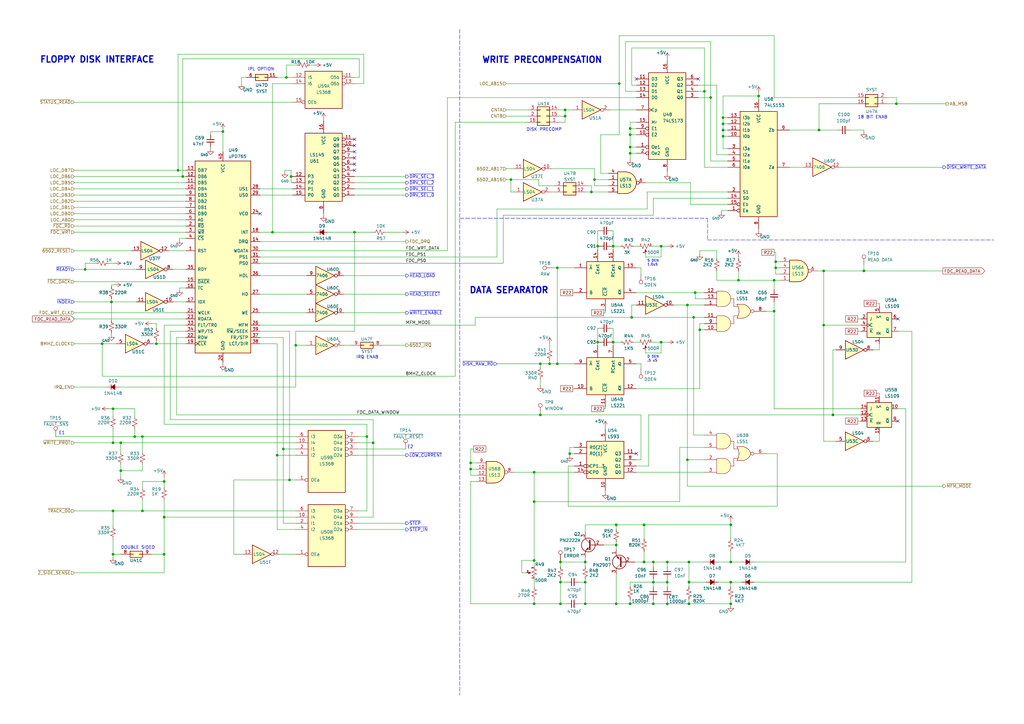
<source format=kicad_sch>
(kicad_sch (version 20230121) (generator eeschema)
  (paper "A3")
  (lib_symbols
    (symbol "74LS13_U56_1" (pin_names (offset 1.016))
      (property "Reference" "U" (at 0 1.27 0))
      (property "Value" "74LS13_U56" (at 0 -1.27 0))
      (symbol "74LS13_U56_1_1_1"
        (pin input line (at -7.62 -3.81 0) (length 3.81) (name "~") (number "1"))
        (pin input line (at -7.62 -1.27 0) (length 3.81) (name "~") (number "2"))
        (pin input line (at -7.62 1.27 0) (length 3.81) (name "~") (number "4"))
        (pin input line (at -7.62 3.81 0) (length 3.81) (name "~") (number "5"))
        (pin output inverted (at 7.62 0 180) (length 3.81) (name "~") (number "6"))
      )
      (symbol "74LS13_U56_1_1_2"
        (pin input inverted (at -7.62 3.81 0) (length 3.81) (name "~") (number "1"))
        (pin input inverted (at -7.62 1.27 0) (length 4.826) (name "~") (number "2"))
        (pin input inverted (at -7.62 -1.27 0) (length 4.826) (name "~") (number "4"))
        (pin input inverted (at -7.62 -3.81 0) (length 3.81) (name "~") (number "5"))
        (pin output line (at 7.62 0 180) (length 3.81) (name "~") (number "6"))
      )
      (symbol "74LS13_U56_1_2_1"
        (pin input line (at -7.62 1.27 0) (length 3.81) (name "~") (number "10"))
        (pin input line (at -7.62 -1.27 0) (length 3.81) (name "~") (number "12"))
        (pin input line (at -7.62 -3.81 0) (length 3.81) (name "~") (number "13"))
        (pin output inverted (at 7.62 0 180) (length 3.81) (name "~") (number "8"))
        (pin input line (at -7.62 3.81 0) (length 3.81) (name "~") (number "9"))
      )
      (symbol "74LS13_U56_1_2_2"
        (pin input inverted (at -7.62 1.27 0) (length 4.826) (name "~") (number "10"))
        (pin input inverted (at -7.62 -1.27 0) (length 4.826) (name "~") (number "12"))
        (pin input inverted (at -7.62 -3.81 0) (length 3.81) (name "~") (number "13"))
        (pin output line (at 7.62 0 180) (length 3.81) (name "~") (number "8"))
        (pin input inverted (at -7.62 3.81 0) (length 3.81) (name "~") (number "9"))
      )
      (symbol "74LS13_U56_1_3_0"
        (pin power_in line (at 0 12.7 270) (length 5.08) (name "VCC") (number "14"))
        (pin power_in line (at 0 -12.7 90) (length 5.08) (name "GND") (number "7"))
      )
    )
    (symbol "74xx:74LS04"
      (property "Reference" "U" (at 0 1.27 0))
      (property "Value" "74LS04" (at 0 -1.27 0))
      (symbol "74LS04_1_0"
        (pin input line (at -7.62 0 0) (length 3.81) (name "~") (number "1"))
        (pin output inverted (at 7.62 0 180) (length 3.81) (name "~") (number "2"))
      )
      (symbol "74LS04_2_0"
        (pin input line (at -7.62 0 0) (length 3.81) (name "~") (number "3"))
        (pin output inverted (at 7.62 0 180) (length 3.81) (name "~") (number "4"))
      )
      (symbol "74LS04_3_0"
        (pin input line (at -7.62 0 0) (length 3.81) (name "~") (number "5"))
        (pin output inverted (at 7.62 0 180) (length 3.81) (name "~") (number "6"))
      )
      (symbol "74LS04_4_0"
        (pin output inverted (at 7.62 0 180) (length 3.81) (name "~") (number "8"))
        (pin input line (at -7.62 0 0) (length 3.81) (name "~") (number "9"))
      )
      (symbol "74LS04_5_0"
        (pin output inverted (at 7.62 0 180) (length 3.81) (name "~") (number "10"))
        (pin input line (at -7.62 0 0) (length 3.81) (name "~") (number "11"))
      )
      (symbol "74LS04_6_0"
        (pin output inverted (at 7.62 0 180) (length 3.81) (name "~") (number "12"))
        (pin input line (at -7.62 0 0) (length 3.81) (name "~") (number "13"))
      )
      (symbol "74LS04_7_0"
        (pin power_in line (at 0 12.7 270) (length 5.08) (name "VCC") (number "14"))
        (pin power_in line (at 0 -12.7 90) (length 5.08) (name "GND") (number "7"))
      )
    )
    (symbol "74xx:74LS06" (pin_names (offset 1.016))
      (property "Reference" "U" (at 0 1.27 0))
      (property "Value" "74LS06" (at 0 -1.27 0))
      (symbol "74LS06_1_0"
        (pin input line (at -7.62 0 0) (length 3.81) (name "~") (number "1"))
        (pin open_collector inverted (at 7.62 0 180) (length 3.81) (name "~") (number "2"))
      )
      (symbol "74LS06_2_0"
        (pin input line (at -7.62 0 0) (length 3.81) (name "~") (number "3"))
        (pin open_collector inverted (at 7.62 0 180) (length 3.81) (name "~") (number "4"))
      )
      (symbol "74LS06_3_0"
        (pin input line (at -7.62 0 0) (length 3.81) (name "~") (number "5"))
        (pin open_collector inverted (at 7.62 0 180) (length 3.81) (name "~") (number "6"))
      )
      (symbol "74LS06_4_0"
        (pin open_collector inverted (at 7.62 0 180) (length 3.81) (name "~") (number "8"))
        (pin input line (at -7.62 0 0) (length 3.81) (name "~") (number "9"))
      )
      (symbol "74LS06_5_0"
        (pin open_collector inverted (at 7.62 0 180) (length 3.81) (name "~") (number "10"))
        (pin input line (at -7.62 0 0) (length 3.81) (name "~") (number "11"))
      )
      (symbol "74LS06_6_0"
        (pin open_collector inverted (at 7.62 0 180) (length 3.81) (name "~") (number "12"))
        (pin input line (at -7.62 0 0) (length 3.81) (name "~") (number "13"))
      )
      (symbol "74LS06_7_0"
        (pin power_in line (at 0 12.7 270) (length 5.08) (name "VCC") (number "14"))
        (pin power_in line (at 0 -12.7 90) (length 5.08) (name "GND") (number "7"))
      )
    )
    (symbol "74xx:74LS109" (pin_names (offset 1.016))
      (property "Reference" "U" (at -7.62 8.89 0))
      (property "Value" "74LS109" (at -7.62 -8.89 0))
      (symbol "74LS109_1_0"
        (pin input line (at 0 -7.62 90) (length 2.54) (name "~{R}") (number "1"))
        (pin input line (at -7.62 2.54 0) (length 2.54) (name "J") (number "2"))
        (pin input line (at -7.62 -2.54 0) (length 2.54) (name "~{K}") (number "3"))
        (pin input clock (at -7.62 0 0) (length 2.54) (name "C") (number "4"))
        (pin input line (at 0 7.62 270) (length 2.54) (name "~{S}") (number "5"))
        (pin output line (at 7.62 2.54 180) (length 2.54) (name "Q") (number "6"))
        (pin output line (at 7.62 -2.54 180) (length 2.54) (name "~{Q}") (number "7"))
      )
      (symbol "74LS109_2_0"
        (pin output line (at 7.62 2.54 180) (length 2.54) (name "Q") (number "10"))
        (pin input line (at 0 7.62 270) (length 2.54) (name "~{S}") (number "11"))
        (pin input clock (at -7.62 0 0) (length 2.54) (name "C") (number "12"))
        (pin input line (at -7.62 -2.54 0) (length 2.54) (name "~{K}") (number "13"))
        (pin input line (at -7.62 2.54 0) (length 2.54) (name "J") (number "14"))
        (pin input line (at 0 -7.62 90) (length 2.54) (name "~{R}") (number "15"))
        (pin output line (at 7.62 -2.54 180) (length 2.54) (name "~{Q}") (number "9"))
      )
      (symbol "74LS109_3_0"
        (pin power_in line (at 0 10.16 270) (length 2.54) (name "VCC") (number "16"))
        (pin power_in line (at 0 -10.16 90) (length 2.54) (name "GND") (number "8"))
      )
    )
    (symbol "Connector:TestPoint" (pin_numbers hide) (pin_names (offset 0.762) hide)
      (property "Reference" "TP" (at 0 6.858 0))
      (property "Value" "TestPoint" (at 0 5.08 0))
      (symbol "TestPoint_1_1"
        (pin passive line (at 0 0 90) (length 2.54) (name "1") (number "1"))
      )
    )
    (symbol "DIP:Conn_02x08_U41" (pin_names (offset 1.016) hide)
      (property "Reference" "J" (at 1.905 2.54 0))
      (property "Value" "Conn_02x08_Counter_Clockwise" (at 1.905 -2.54 0))
      (symbol "Conn_02x08_U41_1_1"
        (pin passive line (at 7.62 0 180) (length 3.81) (name "Pin_1") (number "1"))
        (pin passive line (at 7.62 5.08 180) (length 3.81) (name "Pin_14") (number "14"))
        (pin passive line (at 7.62 2.54 180) (length 3.81) (name "Pin_15") (number "15"))
        (pin passive line (at -5.08 0 0) (length 3.81) (name "Pin_16") (number "16"))
        (pin passive line (at -5.08 2.54 0) (length 3.81) (name "Pin_2") (number "2"))
        (pin passive line (at -5.08 5.08 0) (length 3.81) (name "Pin_3") (number "3"))
      )
      (symbol "Conn_02x08_U41_2_1"
        (pin passive line (at 7.62 7.62 180) (length 3.81) (name "Pin_10") (number "10"))
        (pin passive line (at 7.62 5.08 180) (length 3.81) (name "Pin_11") (number "11"))
        (pin passive line (at 7.62 2.54 180) (length 3.81) (name "Pin_12") (number "12"))
        (pin passive line (at 7.62 0 180) (length 3.81) (name "Pin_13") (number "13"))
        (pin passive line (at -5.08 0 0) (length 3.81) (name "Pin_4") (number "4"))
        (pin passive line (at -5.08 2.54 0) (length 3.81) (name "Pin_5") (number "5"))
        (pin passive line (at -5.08 5.08 0) (length 3.81) (name "Pin_6") (number "6"))
        (pin passive line (at -5.08 7.62 0) (length 3.81) (name "Pin_7") (number "7"))
      )
      (symbol "Conn_02x08_U41_3_1"
        (pin passive line (at -5.08 0 0) (length 3.81) (name "Pin_8") (number "8"))
        (pin passive line (at 7.62 0 180) (length 3.81) (name "Pin_9") (number "9"))
      )
    )
    (symbol "DIP:Conn_02x08_U47" (pin_names (offset 1.016) hide)
      (property "Reference" "J" (at 1.905 2.54 0))
      (property "Value" "Conn_02x08_Counter_Clockwise" (at 1.905 -2.54 0))
      (symbol "Conn_02x08_U47_1_1"
        (pin passive line (at -5.08 2.54 0) (length 3.81) (name "Pin_1") (number "1"))
        (pin passive line (at 7.62 0 180) (length 3.81) (name "Pin_15") (number "15"))
        (pin passive line (at 7.62 2.54 180) (length 3.81) (name "Pin_16") (number "16"))
        (pin passive line (at -5.08 0 0) (length 3.81) (name "Pin_2") (number "2"))
      )
      (symbol "Conn_02x08_U47_2_1"
        (pin passive line (at 7.62 0 180) (length 3.81) (name "Pin_12") (number "12"))
        (pin passive line (at 7.62 2.54 180) (length 3.81) (name "Pin_14") (number "14"))
        (pin passive line (at -5.08 2.54 0) (length 3.81) (name "Pin_3") (number "3"))
        (pin passive line (at -5.08 0 0) (length 3.81) (name "Pin_5") (number "5"))
      )
      (symbol "Conn_02x08_U47_3_1"
        (pin passive line (at 7.62 0 180) (length 3.81) (name "Pin_13") (number "13"))
        (pin passive line (at -5.08 0 0) (length 3.81) (name "Pin_4") (number "4"))
      )
      (symbol "Conn_02x08_U47_4_1"
        (pin passive line (at 7.62 0 180) (length 3.81) (name "Pin_11") (number "11"))
        (pin passive line (at -5.08 0 0) (length 3.81) (name "Pin_6") (number "6"))
      )
      (symbol "Conn_02x08_U47_5_1"
        (pin passive line (at 7.62 0 180) (length 3.81) (name "Pin_10") (number "10"))
        (pin passive line (at -5.08 0 0) (length 3.81) (name "Pin_7") (number "7"))
      )
      (symbol "Conn_02x08_U47_6_1"
        (pin passive line (at -5.08 0 0) (length 3.81) (name "Pin_8") (number "8"))
        (pin passive line (at 7.62 0 180) (length 3.81) (name "Pin_9") (number "9"))
      )
    )
    (symbol "Device:C_Small" (pin_numbers hide) (pin_names (offset 0.254) hide)
      (property "Reference" "C" (at 0.254 1.778 0))
      (property "Value" "C_Small" (at 0.254 -2.032 0))
      (symbol "C_Small_1_1"
        (pin passive line (at 0 2.54 270) (length 2.032) (name "~") (number "1"))
        (pin passive line (at 0 -2.54 90) (length 2.032) (name "~") (number "2"))
      )
    )
    (symbol "Device:D_Small_Filled" (pin_numbers hide) (pin_names (offset 0.254) hide)
      (property "Reference" "D" (at -1.27 2.032 0))
      (property "Value" "D_Small_Filled" (at -3.81 -2.032 0))
      (symbol "D_Small_Filled_1_1"
        (pin passive line (at -2.54 0 0) (length 1.778) (name "K") (number "1"))
        (pin passive line (at 2.54 0 180) (length 1.778) (name "A") (number "2"))
      )
    )
    (symbol "Device:Q_PNP_EBC" (pin_names (offset 0) hide)
      (property "Reference" "Q" (at 5.08 1.27 0))
      (property "Value" "Q_PNP_EBC" (at 5.08 -1.27 0))
      (symbol "Q_PNP_EBC_1_1"
        (pin passive line (at 2.54 -5.08 90) (length 2.54) (name "E") (number "1"))
        (pin input line (at -5.08 0 0) (length 5.715) (name "B") (number "2"))
        (pin passive line (at 2.54 5.08 270) (length 2.54) (name "C") (number "3"))
      )
    )
    (symbol "Device:R_Small_US" (pin_numbers hide) (pin_names (offset 0.254) hide)
      (property "Reference" "R" (at 0.762 0.508 0))
      (property "Value" "R_Small_US" (at 0.762 -1.016 0))
      (symbol "R_Small_US_1_1"
        (pin passive line (at 0 2.54 270) (length 1.016) (name "~") (number "1"))
        (pin passive line (at 0 -2.54 90) (length 1.016) (name "~") (number "2"))
      )
    )
    (symbol "FDC:uPD765" (pin_names (offset 1.016))
      (property "Reference" "U" (at -11.43 40.64 0))
      (property "Value" "uPD765" (at 3.81 40.64 0))
      (symbol "uPD765_1_1"
        (pin input line (at -15.24 2.54 0) (length 3.81) (name "RST") (number "1"))
        (pin bidirectional line (at -15.24 27.94 0) (length 3.81) (name "DB4") (number "10"))
        (pin bidirectional line (at -15.24 30.48 0) (length 3.81) (name "DB5") (number "11"))
        (pin bidirectional line (at -15.24 33.02 0) (length 3.81) (name "DB6") (number "12"))
        (pin bidirectional line (at -15.24 35.56 0) (length 3.81) (name "DB7") (number "13"))
        (pin output line (at 15.24 6.35 180) (length 3.81) (name "DRQ") (number "14"))
        (pin input line (at -15.24 -10.16 0) (length 3.81) (name "~{DACK}") (number "15"))
        (pin input line (at -15.24 -12.7 0) (length 3.81) (name "TC") (number "16"))
        (pin input line (at -15.24 -18.415 0) (length 3.81) (name "IDX") (number "17"))
        (pin output line (at 15.24 10.16 180) (length 3.81) (name "INT") (number "18"))
        (pin input clock (at -15.24 -35.56 0) (length 3.81) (name "~{CLK}") (number "19"))
        (pin input line (at -15.24 12.7 0) (length 3.81) (name "~{RD}") (number "2"))
        (pin power_in line (at 0 -43.18 90) (length 3.81) (name "GND") (number "20"))
        (pin input line (at -15.24 -22.86 0) (length 3.81) (name "WCLK") (number "21"))
        (pin input line (at -15.24 -33.02 0) (length 3.81) (name "RDW") (number "22"))
        (pin input line (at -15.24 -25.4 0) (length 3.81) (name "RDATA") (number "23"))
        (pin output line (at 15.24 17.78 180) (length 3.81) (name "VCO") (number "24"))
        (pin output line (at 15.24 -22.86 180) (length 3.81) (name "WE") (number "25"))
        (pin output line (at 15.24 -27.94 180) (length 3.81) (name "MFM") (number "26"))
        (pin output line (at 15.24 -15.24 180) (length 3.81) (name "HD") (number "27"))
        (pin output line (at 15.24 27.94 180) (length 3.81) (name "US1") (number "28"))
        (pin output line (at 15.24 25.4 180) (length 3.81) (name "US0") (number "29"))
        (pin input line (at -15.24 10.16 0) (length 3.81) (name "~{WR}") (number "3"))
        (pin output line (at 15.24 2.54 180) (length 3.81) (name "WDATA") (number "30"))
        (pin output line (at 15.24 0 180) (length 3.81) (name "PS1") (number "31"))
        (pin output line (at 15.24 -2.54 180) (length 3.81) (name "PS0") (number "32"))
        (pin input line (at -15.24 -27.94 0) (length 3.81) (name "FLT/TR0") (number "33"))
        (pin input line (at -15.24 -30.48 0) (length 3.81) (name "WP/TS") (number "34"))
        (pin input line (at -15.24 -5.08 0) (length 3.81) (name "RDY") (number "35"))
        (pin output line (at 15.24 -7.62 180) (length 3.81) (name "HDL") (number "36"))
        (pin output line (at 15.24 -33.02 180) (length 3.81) (name "FR/STP") (number "37"))
        (pin output line (at 15.24 -35.56 180) (length 3.81) (name "LCT/DIR") (number "38"))
        (pin output line (at 15.24 -30.48 180) (length 3.81) (name "~{RW}/SEEK") (number "39"))
        (pin input line (at -15.24 7.62 0) (length 3.81) (name "~{CS}") (number "4"))
        (pin power_in line (at 0 43.18 270) (length 3.81) (name "VCC") (number "40"))
        (pin bidirectional line (at -15.24 15.24 0) (length 3.81) (name "A0") (number "5"))
        (pin bidirectional line (at -15.24 17.78 0) (length 3.81) (name "DB0") (number "6"))
        (pin bidirectional line (at -15.24 20.32 0) (length 3.81) (name "DB1") (number "7"))
        (pin bidirectional line (at -15.24 22.86 0) (length 3.81) (name "DB2") (number "8"))
        (pin bidirectional line (at -15.24 25.4 0) (length 3.81) (name "DB3") (number "9"))
      )
    )
    (symbol "LS_Logic:74LS13_U56" (pin_names (offset 1.016))
      (property "Reference" "U" (at 0 1.27 0))
      (property "Value" "74LS13_U56" (at 0 -1.27 0))
      (symbol "74LS13_U56_1_1"
        (pin input line (at -7.62 -1.27 0) (length 3.81) (name "~") (number "1"))
        (pin input line (at -7.62 -3.81 0) (length 3.81) (name "~") (number "2"))
        (pin input line (at -7.62 3.81 0) (length 3.81) (name "~") (number "4"))
        (pin input line (at -7.62 1.27 0) (length 3.81) (name "~") (number "5"))
        (pin output inverted (at 7.62 0 180) (length 3.81) (name "~") (number "6"))
      )
      (symbol "74LS13_U56_1_2"
        (pin input inverted (at -7.62 3.81 0) (length 3.81) (name "~") (number "1"))
        (pin input inverted (at -7.62 1.27 0) (length 4.826) (name "~") (number "2"))
        (pin input inverted (at -7.62 -1.27 0) (length 4.826) (name "~") (number "4"))
        (pin input inverted (at -7.62 -3.81 0) (length 3.81) (name "~") (number "5"))
        (pin output line (at 7.62 0 180) (length 3.81) (name "~") (number "6"))
      )
      (symbol "74LS13_U56_2_1"
        (pin input line (at -7.62 1.27 0) (length 3.81) (name "~") (number "10"))
        (pin input line (at -7.62 -1.27 0) (length 3.81) (name "~") (number "12"))
        (pin input line (at -7.62 -3.81 0) (length 3.81) (name "~") (number "13"))
        (pin output inverted (at 7.62 0 180) (length 3.81) (name "~") (number "8"))
        (pin input line (at -7.62 3.81 0) (length 3.81) (name "~") (number "9"))
      )
      (symbol "74LS13_U56_2_2"
        (pin input inverted (at -7.62 1.27 0) (length 4.826) (name "~") (number "10"))
        (pin input inverted (at -7.62 -1.27 0) (length 4.826) (name "~") (number "12"))
        (pin input inverted (at -7.62 -3.81 0) (length 3.81) (name "~") (number "13"))
        (pin output line (at 7.62 0 180) (length 3.81) (name "~") (number "8"))
        (pin input inverted (at -7.62 3.81 0) (length 3.81) (name "~") (number "9"))
      )
      (symbol "74LS13_U56_3_0"
        (pin power_in line (at 0 12.7 270) (length 5.08) (name "VCC") (number "14"))
        (pin power_in line (at 0 -12.7 90) (length 5.08) (name "GND") (number "7"))
      )
    )
    (symbol "LS_Logic:74LS13_U57" (pin_names (offset 1.016))
      (property "Reference" "U" (at 0 1.27 0))
      (property "Value" "74LS13_U57" (at 0 -1.27 0))
      (symbol "74LS13_U57_1_1"
        (pin input line (at -7.62 1.27 0) (length 3.81) (name "~") (number "1"))
        (pin input line (at -7.62 -1.27 0) (length 3.81) (name "~") (number "2"))
        (pin no_connect non_logic (at -3.81 2.54 0) (length 3.81) hide (name "~") (number "3"))
        (pin input line (at -7.62 3.81 0) (length 3.81) (name "~") (number "4"))
        (pin input line (at -7.62 -3.81 0) (length 3.81) (name "~") (number "5"))
        (pin output inverted (at 7.62 0 180) (length 3.81) (name "~") (number "6"))
      )
      (symbol "74LS13_U57_1_2"
        (pin input inverted (at -7.62 3.81 0) (length 3.81) (name "~") (number "1"))
        (pin input inverted (at -7.62 1.27 0) (length 4.826) (name "~") (number "2"))
        (pin input inverted (at -7.62 -1.27 0) (length 4.826) (name "~") (number "4"))
        (pin input inverted (at -7.62 -3.81 0) (length 3.81) (name "~") (number "5"))
        (pin output line (at 7.62 0 180) (length 3.81) (name "~") (number "6"))
      )
      (symbol "74LS13_U57_2_1"
        (pin input line (at -7.62 1.27 0) (length 3.81) (name "~") (number "10"))
        (pin no_connect non_logic (at -3.81 2.54 0) (length 3.81) hide (name "~") (number "11"))
        (pin input line (at -7.62 -1.27 0) (length 3.81) (name "~") (number "12"))
        (pin input line (at -7.62 -3.81 0) (length 3.81) (name "~") (number "13"))
        (pin output inverted (at 7.62 0 180) (length 3.81) (name "~") (number "8"))
        (pin input line (at -7.62 3.81 0) (length 3.81) (name "~") (number "9"))
      )
      (symbol "74LS13_U57_2_2"
        (pin input inverted (at -7.62 1.27 0) (length 4.826) (name "~") (number "10"))
        (pin input inverted (at -7.62 -1.27 0) (length 4.826) (name "~") (number "12"))
        (pin input inverted (at -7.62 -3.81 0) (length 3.81) (name "~") (number "13"))
        (pin output line (at 7.62 0 180) (length 3.81) (name "~") (number "8"))
        (pin input inverted (at -7.62 3.81 0) (length 3.81) (name "~") (number "9"))
      )
      (symbol "74LS13_U57_3_0"
        (pin power_in line (at 0 12.7 270) (length 5.08) (name "VCC") (number "14"))
        (pin power_in line (at 0 -12.7 90) (length 5.08) (name "GND") (number "7"))
      )
    )
    (symbol "LS_Logic:74LS145_U61" (pin_names (offset 1.016))
      (property "Reference" "U" (at -7.62 13.97 0))
      (property "Value" "74LS145_U61" (at -7.62 -16.51 0))
      (symbol "74LS145_U61_1_0"
        (pin open_collector inverted (at 12.7 -12.7 180) (length 5.08) (name "Q0") (number "1"))
        (pin open_collector inverted (at 12.7 7.62 180) (length 5.08) (name "Q8") (number "10"))
        (pin open_collector inverted (at 12.7 10.16 180) (length 5.08) (name "Q9") (number "11"))
        (pin input line (at -12.7 -5.08 0) (length 5.08) (name "P3") (number "12"))
        (pin input line (at -12.7 -7.62 0) (length 5.08) (name "P2") (number "13"))
        (pin input line (at -12.7 -10.16 0) (length 5.08) (name "P1") (number "14"))
        (pin input line (at -12.7 -12.7 0) (length 5.08) (name "P0") (number "15"))
        (pin power_in line (at 0 17.78 270) (length 5.08) (name "VCC") (number "16"))
        (pin open_collector inverted (at 12.7 -10.16 180) (length 5.08) (name "Q1") (number "2"))
        (pin open_collector inverted (at 12.7 -7.62 180) (length 5.08) (name "Q2") (number "3"))
        (pin open_collector inverted (at 12.7 -5.08 180) (length 5.08) (name "Q3") (number "4"))
        (pin open_collector inverted (at 12.7 -2.54 180) (length 5.08) (name "Q4") (number "5"))
        (pin open_collector inverted (at 12.7 0 180) (length 5.08) (name "Q5") (number "6"))
        (pin open_collector inverted (at 12.7 2.54 180) (length 5.08) (name "Q6") (number "7"))
        (pin power_in line (at 0 -20.32 90) (length 5.08) (name "GND") (number "8"))
        (pin open_collector inverted (at 12.7 5.08 180) (length 5.08) (name "Q7") (number "9"))
      )
    )
    (symbol "LS_Logic:74LS153_U58" (pin_names (offset 1.016))
      (property "Reference" "U" (at -7.62 21.59 0))
      (property "Value" "74LS153_U58" (at -7.62 -24.13 0))
      (symbol "74LS153_U58_1_0"
        (pin input inverted (at -12.7 -20.32 0) (length 5.08) (name "Ea") (number "1"))
        (pin input line (at -12.7 10.16 0) (length 5.08) (name "I0b") (number "10"))
        (pin input line (at -12.7 12.7 0) (length 5.08) (name "I1b") (number "11"))
        (pin input line (at -12.7 15.24 0) (length 5.08) (name "I2b") (number "12"))
        (pin input line (at -12.7 17.78 0) (length 5.08) (name "I3b") (number "13"))
        (pin input line (at -12.7 -15.24 0) (length 5.08) (name "S0") (number "14"))
        (pin input inverted (at -12.7 -17.78 0) (length 5.08) (name "Eb") (number "15"))
        (pin power_in line (at 0 25.4 270) (length 5.08) (name "VCC") (number "16"))
        (pin input line (at -12.7 -12.7 0) (length 5.08) (name "S1") (number "2"))
        (pin input line (at -12.7 5.08 0) (length 5.08) (name "I3a") (number "3"))
        (pin input line (at -12.7 2.54 0) (length 5.08) (name "I2a") (number "4"))
        (pin input line (at -12.7 0 0) (length 5.08) (name "I1a") (number "5"))
        (pin input line (at -12.7 -2.54 0) (length 5.08) (name "I0a") (number "6"))
        (pin output line (at 12.7 -2.54 180) (length 5.08) (name "Za") (number "7"))
        (pin power_in line (at 0 -27.94 90) (length 5.08) (name "GND") (number "8"))
        (pin output line (at 12.7 12.7 180) (length 5.08) (name "Zb") (number "9"))
      )
    )
    (symbol "LS_Logic:74LS173_U48" (pin_names (offset 1.016))
      (property "Reference" "U" (at -7.62 19.05 0))
      (property "Value" "74LS173_U48" (at -7.62 -19.05 0))
      (symbol "74LS173_U48_1_0"
        (pin input inverted (at -12.7 -12.7 0) (length 5.08) (name "Oe1") (number "1"))
        (pin input inverted (at -12.7 -7.62 0) (length 5.08) (name "E2") (number "10"))
        (pin input line (at -12.7 15.24 0) (length 5.08) (name "D3") (number "11"))
        (pin input line (at -12.7 12.7 0) (length 5.08) (name "D2") (number "12"))
        (pin input line (at -12.7 10.16 0) (length 5.08) (name "D1") (number "13"))
        (pin input line (at -12.7 7.62 0) (length 5.08) (name "D0") (number "14"))
        (pin input line (at -12.7 -2.54 0) (length 5.08) (name "Mr") (number "15"))
        (pin power_in line (at 0 22.86 270) (length 5.08) (name "VCC") (number "16"))
        (pin input inverted (at -12.7 -15.24 0) (length 5.08) (name "Oe2") (number "2"))
        (pin tri_state line (at 12.7 7.62 180) (length 5.08) (name "Q0") (number "3"))
        (pin tri_state line (at 12.7 10.16 180) (length 5.08) (name "Q1") (number "4"))
        (pin tri_state line (at 12.7 12.7 180) (length 5.08) (name "Q2") (number "5"))
        (pin tri_state line (at 12.7 15.24 180) (length 5.08) (name "Q3") (number "6"))
        (pin input clock (at -12.7 2.54 0) (length 5.08) (name "Cp") (number "7"))
        (pin power_in line (at 0 -22.86 90) (length 5.08) (name "GND") (number "8"))
        (pin input inverted (at -12.7 -5.08 0) (length 5.08) (name "E1") (number "9"))
      )
    )
    (symbol "LS_Logic:74LS221_U64" (pin_names (offset 1.016))
      (property "Reference" "U" (at -7.62 8.89 0))
      (property "Value" "74LS221_U64" (at -7.62 -8.89 0))
      (symbol "74LS221_U64_1_0"
        (pin input line (at -12.7 5.08 0) (length 5.08) (name "~{A}") (number "1"))
        (pin output line (at 12.7 5.08 180) (length 5.08) (name "Q") (number "13"))
        (pin input line (at -3.175 12.7 270) (length 5.08) (name "Cext") (number "14"))
        (pin input line (at 3.175 12.7 270) (length 5.08) (name "RCext") (number "15"))
        (pin input line (at -12.7 -5.08 0) (length 5.08) (name "B") (number "2"))
        (pin input line (at 0 -12.7 90) (length 5.08) (name "~{CLR}") (number "3"))
        (pin output line (at 12.7 -5.08 180) (length 5.08) (name "~{Q}") (number "4"))
      )
      (symbol "74LS221_U64_2_0"
        (pin input line (at -12.7 -5.08 0) (length 5.08) (name "B") (number "10"))
        (pin input line (at 0 -12.7 90) (length 5.08) (name "~{CLR}") (number "11"))
        (pin output line (at 12.7 -5.08 180) (length 5.08) (name "~{Q}") (number "12"))
        (pin output line (at 12.7 5.08 180) (length 5.08) (name "Q") (number "5"))
        (pin input line (at -3.175 12.7 270) (length 5.08) (name "Cext") (number "6"))
        (pin input line (at 3.175 12.7 270) (length 5.08) (name "RCext") (number "7"))
        (pin input line (at -12.7 5.08 0) (length 5.08) (name "~{A}") (number "9"))
      )
      (symbol "74LS221_U64_3_0"
        (pin power_in line (at 0 12.7 270) (length 5.08) (name "VCC") (number "16"))
        (pin power_in line (at 0 -12.7 90) (length 5.08) (name "GND") (number "8"))
      )
    )
    (symbol "LS_Logic:74LS368_U50_U59" (pin_names (offset 1.016))
      (property "Reference" "U" (at 0 1.27 0))
      (property "Value" "74LS368" (at 0 -1.27 0))
      (symbol "74LS368_U50_U59_1_0"
        (pin tri_state inverted (at 12.7 5.08 180) (length 5.08) (name "O5b") (number "11"))
        (pin input line (at -12.7 5.08 0) (length 5.08) (name "I5") (number "12"))
        (pin tri_state inverted (at 12.7 2.54 180) (length 5.08) (name "O6b") (number "13"))
        (pin input line (at -12.7 2.54 0) (length 5.08) (name "I6") (number "14"))
        (pin input inverted (at -12.7 -5.08 0) (length 5.08) (name "OEb") (number "15"))
      )
      (symbol "74LS368_U50_U59_2_0"
        (pin input inverted (at -12.7 -7.62 0) (length 5.08) (name "OEa") (number "1"))
        (pin input line (at -12.7 7.62 0) (length 5.08) (name "I4") (number "10"))
        (pin input line (at -12.7 5.08 0) (length 5.08) (name "I1") (number "2"))
        (pin tri_state inverted (at 12.7 5.08 180) (length 5.08) (name "O1a") (number "3"))
        (pin input line (at -12.7 2.54 0) (length 5.08) (name "I2") (number "4"))
        (pin tri_state inverted (at 12.7 2.54 180) (length 5.08) (name "O2a") (number "5"))
        (pin input line (at -12.7 10.16 0) (length 5.08) (name "I3") (number "6"))
        (pin tri_state inverted (at 12.7 10.16 180) (length 5.08) (name "O3a") (number "7"))
        (pin tri_state inverted (at 12.7 7.62 180) (length 5.08) (name "O4a") (number "9"))
      )
      (symbol "74LS368_U50_U59_3_0"
        (pin power_in line (at 0 12.7 270) (length 5.08) (name "VCC") (number "16"))
        (pin power_in line (at 0 -12.7 90) (length 5.08) (name "GND") (number "8"))
      )
    )
    (symbol "LS_Logic:74LS51_U63" (pin_names (offset 1.016))
      (property "Reference" "U" (at -7.62 10.16 0))
      (property "Value" "74LS51_U63" (at -7.62 -10.16 0))
      (symbol "74LS51_U63_1_0"
        (pin input line (at -12.7 2.54 0) (length 5.08) (name "~") (number "1"))
        (pin input line (at -12.7 -7.62 0) (length 5.08) (name "~") (number "10"))
        (pin input line (at -12.7 -2.54 0) (length 5.08) (name "~") (number "11"))
        (pin input line (at -12.7 7.62 0) (length 5.08) (name "~") (number "12"))
        (pin input line (at -12.7 5.08 0) (length 5.08) (name "~") (number "13"))
        (pin output line (at 12.7 0 180) (length 5.08) (name "~") (number "8"))
        (pin input line (at -12.7 -5.08 0) (length 5.08) (name "~") (number "9"))
      )
      (symbol "74LS51_U63_2_0"
        (pin input line (at -12.7 -2.54 0) (length 5.08) (name "~") (number "2"))
        (pin input line (at -12.7 -7.62 0) (length 5.08) (name "~") (number "3"))
        (pin input line (at -12.7 7.62 0) (length 5.08) (name "~") (number "4"))
        (pin input line (at -12.7 2.54 0) (length 5.08) (name "~") (number "5"))
        (pin output line (at 12.7 0 180) (length 5.08) (name "~") (number "6"))
      )
      (symbol "74LS51_U63_3_0"
        (pin power_in line (at 0 12.7 270) (length 5.08) (name "VCC") (number "14"))
        (pin power_in line (at 0 -12.7 90) (length 5.08) (name "GND") (number "7"))
      )
    )
    (symbol "LS_Logic:74LS93_U54" (pin_names (offset 1.016))
      (property "Reference" "U" (at -7.62 8.89 0))
      (property "Value" "74LS93_U54" (at -7.62 -8.89 0))
      (symbol "74LS93_U54_1_0"
        (pin input inverted_clock (at -12.7 -2.54 0) (length 5.08) (name "CP1..3") (number "1"))
        (pin power_in line (at 0 -12.7 90) (length 5.08) (name "GND") (number "10"))
        (pin output line (at 12.7 2.54 180) (length 5.08) (name "Q3") (number "11"))
        (pin output line (at 12.7 -5.08 180) (length 5.08) (name "Q0") (number "12"))
        (pin input inverted_clock (at -12.7 -5.08 0) (length 5.08) (name "CP0") (number "14"))
        (pin input line (at -12.7 2.54 0) (length 5.08) (name "R0(1)") (number "2"))
        (pin input line (at -12.7 5.08 0) (length 5.08) (name "R0(2)") (number "3"))
        (pin power_in line (at 0 12.7 270) (length 5.08) (name "VCC") (number "5"))
        (pin output line (at 12.7 0 180) (length 5.08) (name "Q2") (number "8"))
        (pin output line (at 12.7 -2.54 180) (length 5.08) (name "Q1") (number "9"))
      )
    )
    (symbol "R_Potentiometer:R_Potentiometer_Small_US" (pin_names (offset 1.016) hide)
      (property "Reference" "RV" (at -4.445 0 90))
      (property "Value" "R_Potentiometer_Small_US" (at -2.54 0 90))
      (symbol "R_Potentiometer_Small_US_1_1"
        (pin passive line (at 0 2.54 270) (length 1.016) (name "~") (number "1"))
        (pin passive line (at 3.175 0 180) (length 0.9906) (name "2") (number "2"))
        (pin passive line (at 0 -2.54 90) (length 1.016) (name "~") (number "3"))
      )
    )
    (symbol "Transistor_BJT:PN2222A" (pin_names (offset 0) hide)
      (property "Reference" "Q" (at 5.08 1.905 0))
      (property "Value" "PN2222A" (at 5.08 0 0))
      (symbol "PN2222A_1_1"
        (pin passive line (at 2.54 -5.08 90) (length 2.54) (name "E") (number "1"))
        (pin input line (at -5.08 0 0) (length 5.08) (name "B") (number "2"))
        (pin passive line (at 2.54 5.08 270) (length 2.54) (name "C") (number "3"))
      )
    )
    (symbol "power:+5V" (power) (pin_names (offset 0))
      (property "Value" "+5V" (at 0 3.556 0))
      (symbol "+5V_1_1"
        (pin power_in line (at 0 0 90) (length 0) hide (name "+5V") (number "1"))
      )
    )
    (symbol "power:GND" (power) (pin_names (offset 0))
      (property "Value" "GND" (at 0 -3.81 0))
      (symbol "GND_1_1"
        (pin power_in line (at 0 0 270) (length 0) hide (name "GND") (number "1"))
      )
    )
  )
  (junction (at 281.94 125.095))
  (junction (at 34.925 110.49))
  (junction (at 252.73 247.65))
  (junction (at 225.425 149.225))
  (junction (at 258.445 55.245))
  (junction (at 145.415 95.25))
  (junction (at 67.31 212.09))
  (junction (at 117.475 31.75))
  (junction (at 46.355 181.61))
  (junction (at 46.355 209.55))
  (junction (at 229.87 230.505))
  (junction (at 258.445 52.705))
  (junction (at 264.16 215.265))
  (junction (at 231.775 45.085))
  (junction (at 285.115 120.015))
  (junction (at 228.6 149.225))
  (junction (at 335.915 53.34))
  (junction (at 58.42 209.55))
  (junction (at 282.575 230.505))
  (junction (at 240.03 230.505))
  (junction (at 299.72 238.76))
  (junction (at 299.72 247.65))
  (junction (at 282.575 238.76))
  (junction (at 193.04 192.405))
  (junction (at 258.445 60.325))
  (junction (at 296.545 53.34))
  (junction (at 287.02 135.255))
  (junction (at 240.03 247.65))
  (junction (at 74.93 72.39))
  (junction (at 41.91 140.97))
  (junction (at 273.685 230.505))
  (junction (at 296.545 55.88))
  (junction (at 299.72 230.505))
  (junction (at 288.925 37.465))
  (junction (at 219.075 229.87))
  (junction (at 318.135 109.855))
  (junction (at 73.025 69.85))
  (junction (at 267.97 247.65))
  (junction (at 291.465 40.005))
  (junction (at 273.685 247.65))
  (junction (at 341.63 170.18))
  (junction (at 219.075 247.65))
  (junction (at 296.545 50.8))
  (junction (at 229.87 247.65))
  (junction (at 267.97 230.505))
  (junction (at 46.355 167.64))
  (junction (at 113.665 186.69))
  (junction (at 111.76 95.25))
  (junction (at 271.145 140.335))
  (junction (at 193.04 189.865))
  (junction (at 282.575 247.65))
  (junction (at 46.355 227.33))
  (junction (at 337.82 111.125))
  (junction (at 219.075 193.675))
  (junction (at 49.53 181.61))
  (junction (at 91.44 53.975))
  (junction (at 245.11 100.965))
  (junction (at 229.87 238.76))
  (junction (at 116.205 184.15))
  (junction (at 354.33 111.125))
  (junction (at 243.84 73.66))
  (junction (at 49.53 193.04))
  (junction (at 296.545 48.26))
  (junction (at 258.445 247.65))
  (junction (at 302.895 114.935))
  (junction (at 251.46 100.965))
  (junction (at 221.615 170.18))
  (junction (at 299.72 215.265))
  (junction (at 259.08 130.175))
  (junction (at 254 34.29))
  (junction (at 367.665 42.545))
  (junction (at 45.72 123.825))
  (junction (at 251.46 140.335))
  (junction (at 271.145 100.965))
  (junction (at 67.31 227.33))
  (junction (at 58.42 179.07))
  (junction (at 273.685 238.76))
  (junction (at 317.5 127.635))
  (junction (at 153.035 181.61))
  (junction (at 267.97 238.76))
  (junction (at 118.745 196.85))
  (junction (at 245.11 140.335))
  (junction (at 228.6 109.855))
  (junction (at 231.775 47.625))
  (junction (at 281.94 188.595))
  (junction (at 252.73 215.265))
  (junction (at 264.16 230.505))
  (junction (at 67.31 197.485))
  (junction (at 121.285 141.605))
  (junction (at 221.615 149.225))
  (junction (at 252.73 223.52))
  (junction (at 317.5 114.935))
  (junction (at 318.135 107.315))
  (junction (at 209.55 73.66))
  (junction (at 311.15 39.37))
  (junction (at 242.57 78.74))
  (junction (at 64.135 140.97))
  (junction (at 55.245 179.07))
  (junction (at 337.82 133.35))
  (junction (at 240.03 238.76))
  (junction (at 258.445 62.865))
  (junction (at 233.68 186.055))
  (junction (at 119.38 72.39))
  (junction (at 150.495 179.07))
  (junction (at 284.48 130.175))
  (junction (at 219.075 205.74))
  (no_connect (at 145.415 59.69))
  (no_connect (at 260.985 186.055))
  (no_connect (at 260.985 32.385))
  (no_connect (at 145.415 64.77))
  (no_connect (at 106.68 87.63))
  (no_connect (at 145.415 67.31))
  (no_connect (at 286.385 32.385))
  (no_connect (at 145.415 62.23))
  (no_connect (at 145.415 57.15))
  (no_connect (at 145.415 69.85))
  (no_connect (at 368.3 172.72))
  (no_connect (at 368.3 130.81))
  (wire (pts (xy 245.11 100.965) (xy 245.11 102.235)))
  (wire (pts (xy 260.985 37.465) (xy 256.54 37.465)))
  (wire (pts (xy 302.895 111.125) (xy 302.895 114.935)))
  (wire (pts (xy 267.97 88.265) (xy 267.97 81.28)))
  (wire (pts (xy 240.03 238.76) (xy 240.03 237.49)))
  (wire (pts (xy 120.015 34.29) (xy 111.76 34.29)))
  (wire (pts (xy 147.32 31.75) (xy 147.32 24.13)))
  (wire (pts (xy 45.72 136.525) (xy 45.72 137.16)))
  (wire (pts (xy 335.28 111.125) (xy 337.82 111.125)))
  (wire (pts (xy 299.72 230.505) (xy 304.165 230.505)))
  (wire (pts (xy 251.46 134.62) (xy 250.825 134.62)))
  (wire (pts (xy 260.985 120.015) (xy 285.115 120.015)))
  (wire (pts (xy 219.075 237.49) (xy 219.075 240.665)))
  (wire (pts (xy 264.16 230.505) (xy 267.97 230.505)))
  (wire (pts (xy 299.72 226.06) (xy 299.72 230.505)))
  (wire (pts (xy 317.5 114.935) (xy 317.5 118.745)))
  (wire (pts (xy 219.075 247.65) (xy 229.87 247.65)))
  (wire (pts (xy 296.545 53.34) (xy 296.545 50.8)))
  (wire (pts (xy 140.97 141.605) (xy 144.145 141.605)))
  (wire (pts (xy 193.04 189.865) (xy 193.04 192.405)))
  (wire (pts (xy 64.135 139.7) (xy 64.135 140.97)))
  (wire (pts (xy 62.23 132.715) (xy 64.135 132.715)))
  (wire (pts (xy 240.03 228.6) (xy 240.03 230.505)))
  (wire (pts (xy 259.08 125.095) (xy 259.08 130.175)))
  (wire (pts (xy 267.97 247.65) (xy 273.685 247.65)))
  (wire (pts (xy 264.795 144.78) (xy 271.145 144.78)))
  (wire (pts (xy 64.135 140.97) (xy 76.2 140.97)))
  (wire (pts (xy 117.475 31.75) (xy 120.015 31.75)))
  (wire (pts (xy 258.445 50.165) (xy 258.445 52.705)))
  (wire (pts (xy 247.65 223.52) (xy 252.73 223.52)))
  (wire (pts (xy 341.63 170.18) (xy 353.06 170.18)))
  (wire (pts (xy 67.31 195.58) (xy 67.31 197.485)))
  (wire (pts (xy 74.93 72.39) (xy 30.48 72.39)))
  (wire (pts (xy 213.995 229.87) (xy 219.075 229.87)))
  (wire (pts (xy 299.72 215.265) (xy 299.72 220.98)))
  (wire (pts (xy 116.84 69.85) (xy 116.84 70.485)))
  (wire (pts (xy 254 34.29) (xy 254 55.245)))
  (wire (pts (xy 281.94 199.39) (xy 386.715 199.39)))
  (wire (pts (xy 67.31 133.35) (xy 67.31 173.99)))
  (wire (pts (xy 58.42 179.07) (xy 58.42 185.42)))
  (wire (pts (xy 281.94 125.095) (xy 288.925 125.095)))
  (wire (pts (xy 30.48 158.75) (xy 43.815 158.75)))
  (wire (pts (xy 266.065 191.135) (xy 266.065 170.18)))
  (wire (pts (xy 193.04 197.485) (xy 195.58 197.485)))
  (wire (pts (xy 219.075 229.87) (xy 219.075 232.41)))
  (wire (pts (xy 121.285 158.75) (xy 121.285 141.605)))
  (wire (pts (xy 266.065 170.18) (xy 341.63 170.18)))
  (wire (pts (xy 67.31 234.95) (xy 30.48 234.95)))
  (wire (pts (xy 106.68 80.01) (xy 120.015 80.01)))
  (wire (pts (xy 318.77 186.055) (xy 318.77 207.645)))
  (wire (pts (xy 149.225 34.29) (xy 149.225 22.225)))
  (wire (pts (xy 282.575 230.505) (xy 282.575 238.76)))
  (wire (pts (xy 233.045 191.135) (xy 235.585 191.135)))
  (wire (pts (xy 58.42 190.5) (xy 58.42 193.04)))
  (wire (pts (xy 260.985 191.135) (xy 266.065 191.135)))
  (wire (pts (xy 58.42 205.105) (xy 58.42 209.55)))
  (wire (pts (xy 245.11 94.615) (xy 245.11 100.965)))
  (wire (pts (xy 309.245 238.76) (xy 374.015 238.76)))
  (wire (pts (xy 231.775 45.085) (xy 234.95 45.085)))
  (wire (pts (xy 264.16 226.06) (xy 264.16 230.505)))
  (wire (pts (xy 294.64 238.76) (xy 299.72 238.76)))
  (wire (pts (xy 113.665 217.17) (xy 113.665 186.69)))
  (wire (pts (xy 337.82 180.975) (xy 342.9 180.975)))
  (wire (pts (xy 260.35 230.505) (xy 264.16 230.505)))
  (wire (pts (xy 252.73 235.585) (xy 252.73 247.65)))
  (wire (pts (xy 258.445 62.865) (xy 258.445 65.405)))
  (wire (pts (xy 258.445 55.245) (xy 258.445 60.325)))
  (wire (pts (xy 119.38 72.39) (xy 120.015 72.39)))
  (wire (pts (xy 260.985 109.855) (xy 262.89 109.855)))
  (wire (pts (xy 99.06 31.75) (xy 100.965 31.75)))
  (wire (pts (xy 113.665 140.97) (xy 106.68 140.97)))
  (wire (pts (xy 240.03 238.76) (xy 240.03 247.65)))
  (wire (pts (xy 273.685 24.13) (xy 273.685 24.765)))
  (wire (pts (xy 99.695 227.33) (xy 95.885 227.33)))
  (wire (pts (xy 251.46 140.335) (xy 251.46 141.605)))
  (wire (pts (xy 258.445 60.325) (xy 260.985 60.325)))
  (wire (pts (xy 156.845 141.605) (xy 166.37 141.605)))
  (wire (pts (xy 58.42 193.04) (xy 49.53 193.04)))
  (wire (pts (xy 298.45 66.04) (xy 291.465 66.04)))
  (wire (pts (xy 358.14 143.51) (xy 360.68 143.51)))
  (wire (pts (xy 153.035 181.61) (xy 153.035 212.09)))
  (wire (pts (xy 72.39 138.43) (xy 72.39 170.18)))
  (wire (pts (xy 264.795 74.93) (xy 283.21 74.93)))
  (wire (pts (xy 298.45 63.5) (xy 294.005 63.5)))
  (wire (pts (xy 242.57 78.74) (xy 249.555 78.74)))
  (wire (pts (xy 47.625 140.97) (xy 41.91 140.97)))
  (wire (pts (xy 67.31 173.99) (xy 150.495 173.99)))
  (wire (pts (xy 209.55 78.74) (xy 209.55 73.66)))
  (wire (pts (xy 121.285 217.17) (xy 113.665 217.17)))
  (wire (pts (xy 146.685 184.15) (xy 166.37 184.15)))
  (wire (pts (xy 73.66 118.11) (xy 76.2 118.11)))
  (wire (pts (xy 69.85 172.085) (xy 153.035 172.085)))
  (wire (pts (xy 106.68 102.87) (xy 183.515 102.87)))
  (wire (pts (xy 278.765 183.515) (xy 288.925 183.515)))
  (wire (pts (xy 294.005 34.925) (xy 286.385 34.925)))
  (wire (pts (xy 46.355 209.55) (xy 30.48 209.55)))
  (wire (pts (xy 221.615 158.115) (xy 221.615 155.575)))
  (wire (pts (xy 207.645 69.215) (xy 210.82 69.215)))
  (wire (pts (xy 243.84 69.215) (xy 243.84 73.66)))
  (wire (pts (xy 267.97 237.49) (xy 267.97 238.76)))
  (wire (pts (xy 314.325 186.055) (xy 318.77 186.055)))
  (wire (pts (xy 251.46 94.615) (xy 251.46 100.965)))
  (wire (pts (xy 106.68 95.25) (xy 111.76 95.25)))
  (wire (pts (xy 258.445 52.705) (xy 260.985 52.705)))
  (wire (pts (xy 262.89 109.855) (xy 262.89 112.395)))
  (wire (pts (xy 48.895 158.75) (xy 121.285 158.75)))
  (wire (pts (xy 295.91 86.995) (xy 295.91 86.36)))
  (wire (pts (xy 267.335 140.335) (xy 271.145 140.335)))
  (wire (pts (xy 146.685 179.07) (xy 150.495 179.07)))
  (wire (pts (xy 106.68 105.41) (xy 203.835 105.41)))
  (wire (pts (xy 73.66 97.79) (xy 73.66 98.425)))
  (wire (pts (xy 258.445 52.705) (xy 258.445 55.245)))
  (wire (pts (xy 225.425 147.955) (xy 225.425 149.225)))
  (wire (pts (xy 283.21 74.93) (xy 283.21 83.82)))
  (wire (pts (xy 146.685 217.17) (xy 166.37 217.17)))
  (wire (pts (xy 76.2 115.57) (xy 30.48 115.57)))
  (wire (pts (xy 264.795 143.51) (xy 264.795 144.78)))
  (wire (pts (xy 121.285 135.89) (xy 145.415 135.89)))
  (wire (pts (xy 318.135 109.855) (xy 320.04 109.855)))
  (wire (pts (xy 30.48 123.825) (xy 45.72 123.825)))
  (wire (pts (xy 273.685 238.76) (xy 273.685 240.665)))
  (wire (pts (xy 76.2 128.27) (xy 30.48 128.27)))
  (wire (pts (xy 186.69 50.165) (xy 186.69 154.305)))
  (wire (pts (xy 41.91 154.305) (xy 186.69 154.305)))
  (wire (pts (xy 119.38 74.93) (xy 119.38 72.39)))
  (wire (pts (xy 206.375 107.95) (xy 206.375 88.265)))
  (wire (pts (xy 302.895 114.935) (xy 317.5 114.935)))
  (wire (pts (xy 294.005 102.87) (xy 287.02 102.87)))
  (wire (pts (xy 243.84 73.66) (xy 249.555 73.66)))
  (wire (pts (xy 22.86 179.07) (xy 55.245 179.07)))
  (wire (pts (xy 240.03 247.65) (xy 252.73 247.65)))
  (wire (pts (xy 282.575 238.76) (xy 289.56 238.76)))
  (wire (pts (xy 271.145 140.335) (xy 271.145 144.78)))
  (wire (pts (xy 234.95 120.015) (xy 235.585 120.015)))
  (wire (pts (xy 296.545 50.8) (xy 296.545 48.26)))
  (wire (pts (xy 260.985 34.925) (xy 259.08 34.925)))
  (wire (pts (xy 46.355 181.61) (xy 30.48 181.61)))
  (wire (pts (xy 150.495 209.55) (xy 146.685 209.55)))
  (wire (pts (xy 245.11 140.335) (xy 245.745 140.335)))
  (wire (pts (xy 229.87 238.76) (xy 232.41 238.76)))
  (wire (pts (xy 233.68 183.515) (xy 235.585 183.515)))
  (wire (pts (xy 67.31 205.105) (xy 67.31 212.09)))
  (wire (pts (xy 314.325 127.635) (xy 317.5 127.635)))
  (wire (pts (xy 62.23 227.33) (xy 67.31 227.33)))
  (wire (pts (xy 91.44 53.34) (xy 91.44 53.975)))
  (wire (pts (xy 262.89 170.18) (xy 262.89 188.595)))
  (wire (pts (xy 296.545 53.34) (xy 298.45 53.34)))
  (wire (pts (xy 55.88 123.825) (xy 45.72 123.825)))
  (wire (pts (xy 221.615 149.225) (xy 221.615 150.495)))
  (wire (pts (xy 299.72 238.76) (xy 304.165 238.76)))
  (wire (pts (xy 288.925 19.685) (xy 288.925 37.465)))
  (wire (pts (xy 246.38 55.245) (xy 246.38 71.12)))
  (wire (pts (xy 264.795 104.14) (xy 264.795 105.41)))
  (wire (pts (xy 45.72 123.825) (xy 45.72 131.445)))
  (wire (pts (xy 259.08 34.925) (xy 259.08 19.685)))
  (wire (pts (xy 363.855 40.005) (xy 367.665 40.005)))
  (wire (pts (xy 278.765 205.74) (xy 278.765 183.515)))
  (wire (pts (xy 344.805 68.58) (xy 386.715 68.58)))
  (wire (pts (xy 203.835 85.725) (xy 203.835 105.41)))
  (wire (pts (xy 284.48 130.175) (xy 284.48 178.435)))
  (wire (pts (xy 45.72 116.84) (xy 46.99 116.84)))
  (polyline (pts (xy 188.595 12.065) (xy 188.595 285.115)) (stroke (width 0) (type dash)))
  (wire (pts (xy 149.225 22.225) (xy 73.025 22.225)))
  (wire (pts (xy 207.645 45.085) (xy 216.535 45.085)))
  (wire (pts (xy 317.5 114.935) (xy 320.04 114.935)))
  (wire (pts (xy 46.355 227.33) (xy 46.355 228.6)))
  (wire (pts (xy 341.63 143.51) (xy 341.63 170.18)))
  (wire (pts (xy 259.715 140.335) (xy 262.255 140.335)))
  (wire (pts (xy 145.415 72.39) (xy 166.37 72.39)))
  (wire (pts (xy 273.685 247.65) (xy 282.575 247.65)))
  (wire (pts (xy 106.68 99.06) (xy 166.37 99.06)))
  (wire (pts (xy 252.73 247.65) (xy 258.445 247.65)))
  (wire (pts (xy 247.65 128.27) (xy 248.285 128.27)))
  (wire (pts (xy 291.465 40.005) (xy 291.465 66.04)))
  (wire (pts (xy 354.33 108.585) (xy 354.33 111.125)))
  (wire (pts (xy 226.695 109.855) (xy 228.6 109.855)))
  (wire (pts (xy 193.04 197.485) (xy 193.04 247.65)))
  (wire (pts (xy 221.615 149.225) (xy 225.425 149.225)))
  (wire (pts (xy 288.925 37.465) (xy 288.925 68.58)))
  (wire (pts (xy 76.2 69.85) (xy 73.025 69.85)))
  (wire (pts (xy 248.285 128.27) (xy 248.285 127.635)))
  (wire (pts (xy 351.79 172.72) (xy 353.06 172.72)))
  (wire (pts (xy 46.355 220.98) (xy 46.355 227.33)))
  (wire (pts (xy 58.42 209.55) (xy 46.355 209.55)))
  (wire (pts (xy 193.04 192.405) (xy 193.04 194.945)))
  (wire (pts (xy 225.425 140.97) (xy 225.425 142.875)))
  (wire (pts (xy 120.015 74.93) (xy 119.38 74.93)))
  (wire (pts (xy 183.515 102.87) (xy 183.515 40.005)))
  (wire (pts (xy 49.53 193.04) (xy 49.53 195.58)))
  (wire (pts (xy 267.97 238.76) (xy 273.685 238.76)))
  (wire (pts (xy 74.93 24.13) (xy 74.93 72.39)))
  (wire (pts (xy 55.245 167.64) (xy 46.355 167.64)))
  (wire (pts (xy 374.015 135.89) (xy 374.015 238.76)))
  (wire (pts (xy 91.44 53.975) (xy 91.44 62.23)))
  (wire (pts (xy 30.48 110.49) (xy 34.925 110.49)))
  (wire (pts (xy 264.16 215.265) (xy 264.16 220.98)))
  (wire (pts (xy 106.68 133.35) (xy 194.945 133.35)))
  (wire (pts (xy 207.645 34.29) (xy 254 34.29)))
  (wire (pts (xy 281.94 125.095) (xy 281.94 188.595)))
  (wire (pts (xy 318.135 103.505) (xy 318.135 107.315)))
  (wire (pts (xy 219.075 205.74) (xy 219.075 229.87)))
  (wire (pts (xy 76.2 90.17) (xy 30.48 90.17)))
  (wire (pts (xy 302.895 105.41) (xy 302.895 106.045)))
  (wire (pts (xy 76.2 77.47) (xy 30.48 77.47)))
  (wire (pts (xy 251.46 100.965) (xy 251.46 102.235)))
  (wire (pts (xy 260.985 159.385) (xy 287.02 159.385)))
  (wire (pts (xy 287.02 132.715) (xy 288.925 132.715)))
  (wire (pts (xy 134.62 95.25) (xy 145.415 95.25)))
  (wire (pts (xy 337.82 111.125) (xy 354.33 111.125)))
  (wire (pts (xy 140.97 128.27) (xy 166.37 128.27)))
  (wire (pts (xy 273.685 237.49) (xy 273.685 238.76)))
  (wire (pts (xy 298.45 68.58) (xy 288.925 68.58)))
  (wire (pts (xy 351.79 130.81) (xy 353.06 130.81)))
  (wire (pts (xy 282.575 247.65) (xy 299.72 247.65)))
  (wire (pts (xy 194.31 184.15) (xy 193.04 184.15)))
  (wire (pts (xy 240.03 215.265) (xy 240.03 218.44)))
  (wire (pts (xy 240.03 78.74) (xy 242.57 78.74)))
  (wire (pts (xy 86.36 55.245) (xy 86.36 53.975)))
  (wire (pts (xy 116.84 69.85) (xy 119.38 69.85)))
  (wire (pts (xy 145.415 77.47) (xy 166.37 77.47)))
  (wire (pts (xy 317.5 40.005) (xy 351.155 40.005)))
  (wire (pts (xy 264.795 105.41) (xy 271.145 105.41)))
  (wire (pts (xy 209.55 73.66) (xy 220.98 73.66)))
  (wire (pts (xy 254 55.245) (xy 246.38 55.245)))
  (wire (pts (xy 273.685 70.485) (xy 273.685 71.12)))
  (wire (pts (xy 318.135 109.855) (xy 318.135 112.395)))
  (wire (pts (xy 311.15 38.1) (xy 311.15 39.37)))
  (wire (pts (xy 318.135 107.315) (xy 320.04 107.315)))
  (wire (pts (xy 71.12 110.49) (xy 76.2 110.49)))
  (wire (pts (xy 150.495 179.07) (xy 150.495 173.99)))
  (wire (pts (xy 221.615 170.18) (xy 262.89 170.18)))
  (wire (pts (xy 34.925 107.95) (xy 39.37 107.95)))
  (wire (pts (xy 258.445 238.76) (xy 267.97 238.76)))
  (wire (pts (xy 360.68 180.975) (xy 360.68 177.8)))
  (wire (pts (xy 67.31 212.09) (xy 121.285 212.09)))
  (wire (pts (xy 247.65 167.64) (xy 248.285 167.64)))
  (wire (pts (xy 317.5 123.825) (xy 317.5 127.635)))
  (wire (pts (xy 194.945 133.35) (xy 194.945 130.175)))
  (wire (pts (xy 245.11 94.615) (xy 245.745 94.615)))
  (wire (pts (xy 287.02 102.87) (xy 287.02 104.14)))
  (wire (pts (xy 337.82 133.35) (xy 337.82 180.975)))
  (wire (pts (xy 348.615 53.34) (xy 354.33 53.34)))
  (wire (pts (xy 245.745 134.62) (xy 245.11 134.62)))
  (wire (pts (xy 146.685 181.61) (xy 153.035 181.61)))
  (wire (pts (xy 153.035 172.085) (xy 153.035 181.61)))
  (wire (pts (xy 276.225 125.095) (xy 281.94 125.095)))
  (wire (pts (xy 86.36 60.325) (xy 86.36 60.96)))
  (wire (pts (xy 363.855 42.545) (xy 367.665 42.545)))
  (wire (pts (xy 250.825 94.615) (xy 251.46 94.615)))
  (wire (pts (xy 229.87 230.505) (xy 240.03 230.505)))
  (wire (pts (xy 69.215 102.87) (xy 76.2 102.87)))
  (wire (pts (xy 95.885 196.85) (xy 118.745 196.85)))
  (wire (pts (xy 146.685 186.69) (xy 166.37 186.69)))
  (wire (pts (xy 240.03 76.2) (xy 242.57 76.2)))
  (wire (pts (xy 76.2 95.25) (xy 30.48 95.25)))
  (wire (pts (xy 219.075 205.74) (xy 278.765 205.74)))
  (wire (pts (xy 121.285 214.63) (xy 116.205 214.63)))
  (wire (pts (xy 245.11 100.965) (xy 245.745 100.965)))
  (wire (pts (xy 114.935 227.33) (xy 121.285 227.33)))
  (wire (pts (xy 353.06 133.35) (xy 337.82 133.35)))
  (wire (pts (xy 359.41 161.29) (xy 360.68 161.29)))
  (wire (pts (xy 67.31 227.33) (xy 67.31 234.95)))
  (wire (pts (xy 360.68 161.29) (xy 360.68 162.56)))
  (wire (pts (xy 252.73 222.25) (xy 252.73 223.52)))
  (wire (pts (xy 73.66 97.79) (xy 76.2 97.79)))
  (wire (pts (xy 229.235 45.085) (xy 231.775 45.085)))
  (wire (pts (xy 291.465 17.145) (xy 291.465 40.005)))
  (wire (pts (xy 145.415 80.01) (xy 166.37 80.01)))
  (wire (pts (xy 259.08 19.685) (xy 288.925 19.685)))
  (wire (pts (xy 250.825 140.335) (xy 251.46 140.335)))
  (wire (pts (xy 121.285 141.605) (xy 125.73 141.605)))
  (wire (pts (xy 106.68 107.95) (xy 206.375 107.95)))
  (wire (pts (xy 120.015 41.91) (xy 30.48 41.91)))
  (wire (pts (xy 371.475 167.64) (xy 371.475 230.505)))
  (wire (pts (xy 273.685 230.505) (xy 282.575 230.505)))
  (wire (pts (xy 116.205 184.15) (xy 121.285 184.15)))
  (wire (pts (xy 72.39 170.18) (xy 221.615 170.18)))
  (wire (pts (xy 258.445 60.325) (xy 258.445 62.865)))
  (wire (pts (xy 264.16 215.265) (xy 299.72 215.265)))
  (wire (pts (xy 317.5 167.64) (xy 353.06 167.64)))
  (wire (pts (xy 267.97 81.28) (xy 298.45 81.28)))
  (wire (pts (xy 259.08 130.175) (xy 284.48 130.175)))
  (wire (pts (xy 273.685 230.505) (xy 273.685 232.41)))
  (wire (pts (xy 243.84 76.2) (xy 249.555 76.2)))
  (wire (pts (xy 203.835 149.225) (xy 221.615 149.225)))
  (wire (pts (xy 55.245 170.815) (xy 55.245 167.64)))
  (wire (pts (xy 121.285 181.61) (xy 49.53 181.61)))
  (wire (pts (xy 46.355 227.33) (xy 49.53 227.33)))
  (wire (pts (xy 229.87 247.65) (xy 232.41 247.65)))
  (wire (pts (xy 337.82 111.125) (xy 337.82 133.35)))
  (wire (pts (xy 243.84 69.215) (xy 226.06 69.215)))
  (wire (pts (xy 228.6 109.855) (xy 235.585 109.855)))
  (polyline (pts (xy 188.595 89.535) (xy 191.135 89.535)) (stroke (width 0) (type dash)))
  (wire (pts (xy 140.97 120.65) (xy 166.37 120.65)))
  (wire (pts (xy 145.415 34.29) (xy 149.225 34.29)))
  (wire (pts (xy 265.43 85.725) (xy 203.835 85.725)))
  (wire (pts (xy 71.12 123.825) (xy 76.2 123.825)))
  (wire (pts (xy 193.04 192.405) (xy 195.58 192.405)))
  (wire (pts (xy 288.925 37.465) (xy 286.385 37.465)))
  (wire (pts (xy 186.69 50.165) (xy 216.535 50.165)))
  (wire (pts (xy 259.08 125.095) (xy 260.985 125.095)))
  (wire (pts (xy 46.355 167.64) (xy 46.355 170.815)))
  (wire (pts (xy 258.445 55.245) (xy 260.985 55.245)))
  (wire (pts (xy 368.3 135.89) (xy 374.015 135.89)))
  (wire (pts (xy 226.06 78.74) (xy 227.33 78.74)))
  (wire (pts (xy 193.04 189.865) (xy 195.58 189.865)))
  (wire (pts (xy 76.2 72.39) (xy 74.93 72.39)))
  (wire (pts (xy 95.885 227.33) (xy 95.885 196.85)))
  (wire (pts (xy 351.79 135.89) (xy 353.06 135.89)))
  (wire (pts (xy 116.205 184.15) (xy 116.205 138.43)))
  (wire (pts (xy 282.575 245.745) (xy 282.575 247.65)))
  (wire (pts (xy 281.94 188.595) (xy 288.925 188.595)))
  (wire (pts (xy 145.415 31.75) (xy 147.32 31.75)))
  (wire (pts (xy 298.45 78.74) (xy 265.43 78.74)))
  (wire (pts (xy 193.04 194.945) (xy 195.58 194.945)))
  (wire (pts (xy 106.68 128.27) (xy 125.73 128.27)))
  (wire (pts (xy 271.145 140.335) (xy 273.685 140.335)))
  (wire (pts (xy 140.97 113.03) (xy 166.37 113.03)))
  (wire (pts (xy 210.82 193.675) (xy 219.075 193.675)))
  (wire (pts (xy 76.2 74.93) (xy 30.48 74.93)))
  (wire (pts (xy 254 14.605) (xy 254 34.29)))
  (wire (pts (xy 233.68 186.055) (xy 235.585 186.055)))
  (wire (pts (xy 267.97 230.505) (xy 273.685 230.505)))
  (wire (pts (xy 113.665 186.69) (xy 121.285 186.69)))
  (wire (pts (xy 318.77 207.645) (xy 233.045 207.645)))
  (wire (pts (xy 76.2 135.89) (xy 69.85 135.89)))
  (wire (pts (xy 221.615 169.545) (xy 221.615 170.18)))
  (wire (pts (xy 237.49 247.65) (xy 240.03 247.65)))
  (wire (pts (xy 267.97 245.745) (xy 267.97 247.65)))
  (wire (pts (xy 287.02 135.255) (xy 287.02 159.385)))
  (wire (pts (xy 145.415 135.89) (xy 145.415 95.25)))
  (wire (pts (xy 117.475 31.75) (xy 117.475 26.67)))
  (wire (pts (xy 354.33 53.34) (xy 354.33 53.975)))
  (wire (pts (xy 252.73 217.17) (xy 252.73 215.265)))
  (wire (pts (xy 245.11 140.335) (xy 245.11 141.605)))
  (wire (pts (xy 281.94 188.595) (xy 281.94 199.39)))
  (wire (pts (xy 121.285 141.605) (xy 121.285 135.89)))
  (wire (pts (xy 73.025 22.225) (xy 73.025 69.85)))
  (wire (pts (xy 295.91 86.36) (xy 298.45 86.36)))
  (wire (pts (xy 106.68 120.65) (xy 125.73 120.65)))
  (wire (pts (xy 231.775 50.165) (xy 229.235 50.165)))
  (wire (pts (xy 323.85 53.34) (xy 335.915 53.34)))
  (wire (pts (xy 210.82 78.74) (xy 209.55 78.74)))
  (wire (pts (xy 76.2 138.43) (xy 72.39 138.43)))
  (wire (pts (xy 317.5 14.605) (xy 254 14.605)))
  (wire (pts (xy 145.415 74.93) (xy 166.37 74.93)))
  (wire (pts (xy 219.075 193.675) (xy 219.075 205.74)))
  (wire (pts (xy 311.15 39.37) (xy 311.15 40.64)))
  (wire (pts (xy 267.97 238.76) (xy 267.97 240.665)))
  (wire (pts (xy 251.46 134.62) (xy 251.46 140.335)))
  (wire (pts (xy 193.04 247.65) (xy 219.075 247.65)))
  (wire (pts (xy 219.075 193.675) (xy 235.585 193.675)))
  (wire (pts (xy 219.075 245.745) (xy 219.075 247.65)))
  (wire (pts (xy 242.57 76.2) (xy 242.57 78.74)))
  (wire (pts (xy 258.445 245.745) (xy 258.445 247.65)))
  (wire (pts (xy 317.5 127.635) (xy 317.5 167.64)))
  (wire (pts (xy 69.85 135.89) (xy 69.85 172.085)))
  (wire (pts (xy 260.985 149.225) (xy 262.89 149.225)))
  (wire (pts (xy 234.95 159.385) (xy 235.585 159.385)))
  (wire (pts (xy 67.31 197.485) (xy 67.31 200.025)))
  (wire (pts (xy 44.45 107.95) (xy 46.99 107.95)))
  (wire (pts (xy 231.775 45.085) (xy 231.775 47.625)))
  (wire (pts (xy 265.43 78.74) (xy 265.43 85.725)))
  (wire (pts (xy 351.155 42.545) (xy 335.915 42.545)))
  (wire (pts (xy 113.665 186.69) (xy 113.665 140.97)))
  (wire (pts (xy 121.285 209.55) (xy 58.42 209.55)))
  (wire (pts (xy 49.53 190.5) (xy 49.53 193.04)))
  (wire (pts (xy 317.5 103.505) (xy 318.135 103.505)))
  (wire (pts (xy 233.045 207.645) (xy 233.045 191.135)))
  (wire (pts (xy 145.415 95.25) (xy 153.035 95.25)))
  (wire (pts (xy 111.76 95.25) (xy 129.54 95.25)))
  (wire (pts (xy 46.355 175.895) (xy 46.355 181.61)))
  (wire (pts (xy 318.135 112.395) (xy 320.04 112.395)))
  (wire (pts (xy 240.03 230.505) (xy 240.03 232.41)))
  (wire (pts (xy 335.915 53.34) (xy 343.535 53.34)))
  (wire (pts (xy 237.49 238.76) (xy 240.03 238.76)))
  (wire (pts (xy 62.865 140.97) (xy 64.135 140.97)))
  (wire (pts (xy 296.545 60.96) (xy 296.545 55.88)))
  (wire (pts (xy 243.84 73.66) (xy 243.84 76.2)))
  (wire (pts (xy 73.66 118.745) (xy 73.66 118.11)))
  (wire (pts (xy 267.97 230.505) (xy 267.97 232.41)))
  (wire (pts (xy 299.72 245.745) (xy 299.72 247.65)))
  (wire (pts (xy 106.68 113.03) (xy 125.73 113.03)))
  (wire (pts (xy 55.245 175.895) (xy 55.245 179.07)))
  (wire (pts (xy 258.445 247.65) (xy 267.97 247.65)))
  (wire (pts (xy 118.745 196.85) (xy 118.745 135.89)))
  (wire (pts (xy 288.925 122.555) (xy 285.115 122.555)))
  (wire (pts (xy 41.91 140.97) (xy 30.48 140.97)))
  (wire (pts (xy 294.005 63.5) (xy 294.005 34.925)))
  (wire (pts (xy 118.745 135.89) (xy 106.68 135.89)))
  (wire (pts (xy 216.535 47.625) (xy 207.645 47.625)))
  (wire (pts (xy 284.48 130.175) (xy 288.925 130.175)))
  (wire (pts (xy 127 26.67) (xy 128.905 26.67)))
  (wire (pts (xy 194.945 130.175) (xy 259.08 130.175)))
  (wire (pts (xy 132.715 48.895) (xy 132.715 49.53)))
  (wire (pts (xy 121.285 179.07) (xy 58.42 179.07)))
  (wire (pts (xy 296.545 55.88) (xy 296.545 53.34)))
  (wire (pts (xy 296.545 39.37) (xy 311.15 39.37)))
  (wire (pts (xy 360.68 125.73) (xy 360.68 124.46)))
  (wire (pts (xy 294.005 114.935) (xy 302.895 114.935)))
  (wire (pts (xy 250.19 45.085) (xy 260.985 45.085)))
  (wire (pts (xy 229.87 229.87) (xy 229.87 230.505)))
  (wire (pts (xy 287.02 132.715) (xy 287.02 135.255)))
  (wire (pts (xy 67.31 227.33) (xy 67.31 212.09)))
  (wire (pts (xy 117.475 26.67) (xy 121.92 26.67)))
  (wire (pts (xy 228.6 109.855) (xy 228.6 149.225)))
  (wire (pts (xy 311.15 93.98) (xy 311.15 94.615)))
  (wire (pts (xy 360.68 143.51) (xy 360.68 140.97)))
  (wire (pts (xy 252.73 223.52) (xy 252.73 225.425)))
  (wire (pts (xy 207.645 73.66) (xy 209.55 73.66)))
  (wire (pts (xy 183.515 40.005) (xy 260.985 40.005)))
  (wire (pts (xy 64.135 132.715) (xy 64.135 134.62)))
  (wire (pts (xy 58.42 200.025) (xy 58.42 197.485)))
  (wire (pts (xy 76.2 130.81) (xy 30.48 130.81)))
  (wire (pts (xy 294.005 106.045) (xy 294.005 102.87)))
  (wire (pts (xy 150.495 179.07) (xy 150.495 209.55)))
  (wire (pts (xy 267.335 100.965) (xy 271.145 100.965)))
  (wire (pts (xy 296.545 50.8) (xy 298.45 50.8)))
  (wire (pts (xy 44.45 167.64) (xy 46.355 167.64)))
  (wire (pts (xy 76.2 87.63) (xy 30.48 87.63)))
  (wire (pts (xy 233.68 186.055) (xy 233.68 186.69)))
  (wire (pts (xy 358.14 180.975) (xy 360.68 180.975)))
  (wire (pts (xy 53.975 102.87) (xy 30.48 102.87)))
  (wire (pts (xy 251.46 140.335) (xy 254.635 140.335)))
  (wire (pts (xy 288.925 135.255) (xy 287.02 135.255)))
  (wire (pts (xy 260.985 188.595) (xy 262.89 188.595)))
  (wire (pts (xy 299.72 247.65) (xy 299.72 248.285)))
  (wire (pts (xy 41.91 140.97) (xy 41.91 154.305)))
  (wire (pts (xy 45.72 122.555) (xy 45.72 123.825)))
  (wire (pts (xy 273.685 245.745) (xy 273.685 247.65)))
  (wire (pts (xy 246.38 71.12) (xy 249.555 71.12)))
  (wire (pts (xy 58.42 179.07) (xy 55.245 179.07)))
  (wire (pts (xy 271.145 105.41) (xy 271.145 100.965)))
  (wire (pts (xy 227.33 76.2) (xy 220.98 76.2)))
  (wire (pts (xy 258.445 240.665) (xy 258.445 238.76)))
  (wire (pts (xy 283.21 83.82) (xy 298.45 83.82)))
  (wire (pts (xy 284.48 178.435) (xy 288.925 178.435)))
  (polyline (pts (xy 290.195 98.425) (xy 407.67 98.425)) (stroke (width 0) (type dash)))
  (wire (pts (xy 116.205 214.63) (xy 116.205 184.15)))
  (wire (pts (xy 298.45 60.96) (xy 296.545 60.96)))
  (wire (pts (xy 213.995 234.95) (xy 213.995 229.87)))
  (wire (pts (xy 271.145 100.965) (xy 273.685 100.965)))
  (wire (pts (xy 256.54 17.145) (xy 291.465 17.145)))
  (wire (pts (xy 296.545 48.26) (xy 296.545 39.37)))
  (wire (pts (xy 258.445 62.865) (xy 260.985 62.865)))
  (wire (pts (xy 111.76 34.29) (xy 111.76 95.25)))
  (wire (pts (xy 248.285 175.26) (xy 248.285 175.895)))
  (wire (pts (xy 248.285 201.295) (xy 248.285 201.93)))
  (wire (pts (xy 367.665 40.005) (xy 367.665 42.545)))
  (wire (pts (xy 231.775 47.625) (xy 231.775 50.165)))
  (wire (pts (xy 299.72 238.76) (xy 299.72 240.665)))
  (wire (pts (xy 76.2 82.55) (xy 30.48 82.55)))
  (wire (pts (xy 318.135 107.315) (xy 318.135 109.855)))
  (wire (pts (xy 360.68 124.46) (xy 359.41 124.46)))
  (wire (pts (xy 294.64 230.505) (xy 299.72 230.505)))
  (wire (pts (xy 342.9 143.51) (xy 341.63 143.51)))
  (wire (pts (xy 367.665 42.545) (xy 387.985 42.545)))
  (wire (pts (xy 262.89 149.225) (xy 262.89 151.13)))
  (wire (pts (xy 220.98 76.2) (xy 220.98 73.66)))
  (wire (pts (xy 213.995 234.95) (xy 215.9 234.95)))
  (wire (pts (xy 132.715 87.63) (xy 132.715 88.265)))
  (wire (pts (xy 245.11 134.62) (xy 245.11 140.335)))
  (wire (pts (xy 259.715 100.965) (xy 262.255 100.965)))
  (polyline (pts (xy 191.135 89.535) (xy 290.195 89.535)) (stroke (width 0) (type dash)))
  (wire (pts (xy 206.375 88.265) (xy 267.97 88.265)))
  (wire (pts (xy 30.48 69.85) (xy 73.025 69.85)))
  (wire (pts (xy 296.545 55.88) (xy 298.45 55.88)))
  (wire (pts (xy 91.44 148.59) (xy 91.44 149.225)))
  (wire (pts (xy 282.575 238.76) (xy 282.575 240.665)))
  (wire (pts (xy 146.685 214.63) (xy 166.37 214.63)))
  (wire (pts (xy 229.87 237.49) (xy 229.87 238.76)))
  (wire (pts (xy 294.005 111.125) (xy 294.005 114.935)))
  (wire (pts (xy 229.87 238.76) (xy 229.87 247.65)))
  (wire (pts (xy 371.475 230.505) (xy 309.245 230.505)))
  (wire (pts (xy 49.53 181.61) (xy 49.53 185.42)))
  (wire (pts (xy 158.115 95.25) (xy 165.1 95.25)))
  (polyline (pts (xy 290.195 89.535) (xy 290.195 98.425)) (stroke (width 0) (type dash)))
  (wire (pts (xy 86.36 53.975) (xy 91.44 53.975)))
  (wire (pts (xy 225.425 149.225) (xy 228.6 149.225)))
  (wire (pts (xy 193.04 184.15) (xy 193.04 189.865)))
  (wire (pts (xy 121.285 196.85) (xy 118.745 196.85)))
  (wire (pts (xy 113.665 31.75) (xy 117.475 31.75)))
  (wire (pts (xy 354.33 111.125) (xy 386.715 111.125)))
  (wire (pts (xy 296.545 48.26) (xy 298.45 48.26)))
  (wire (pts (xy 233.68 186.055) (xy 233.68 183.515)))
  (wire (pts (xy 291.465 40.005) (xy 286.385 40.005)))
  (wire (pts (xy 106.68 77.47) (xy 120.015 77.47)))
  (wire (pts (xy 282.575 230.505) (xy 289.56 230.505)))
  (wire (pts (xy 335.915 42.545) (xy 335.915 53.34)))
  (wire (pts (xy 58.42 197.485) (xy 67.31 197.485)))
  (wire (pts (xy 147.32 24.13) (xy 74.93 24.13)))
  (wire (pts (xy 368.3 167.64) (xy 371.475 167.64)))
  (wire (pts (xy 260.985 193.675) (xy 288.925 193.675)))
  (wire (pts (xy 299.72 213.995) (xy 299.72 215.265)))
  (wire (pts (xy 248.285 167.64) (xy 248.285 167.005)))
  (wire (pts (xy 252.73 215.265) (xy 240.03 215.265)))
  (wire (pts (xy 228.6 149.225) (xy 235.585 149.225)))
  (wire (pts (xy 76.2 85.09) (xy 30.48 85.09)))
  (wire (pts (xy 99.06 34.29) (xy 99.06 31.75)))
  (wire (pts (xy 317.5 14.605) (xy 317.5 40.005)))
  (wire (pts (xy 49.53 181.61) (xy 46.355 181.61)))
  (wire (pts (xy 323.85 68.58) (xy 329.565 68.58)))
  (wire (pts (xy 46.355 209.55) (xy 46.355 215.9)))
  (wire (pts (xy 76.2 133.35) (xy 67.31 133.35)))
  (wire (pts (xy 153.035 212.09) (xy 146.685 212.09)))
  (wire (pts (xy 285.115 120.015) (xy 288.925 120.015)))
  (wire (pts (xy 260.985 50.165) (xy 258.445 50.165)))
  (wire (pts (xy 76.2 80.01) (xy 30.48 80.01)))
  (wire (pts (xy 76.2 92.71) (xy 30.48 92.71)))
  (wire (pts (xy 116.205 138.43) (xy 106.68 138.43)))
  (wire (pts (xy 119.38 72.39) (xy 119.38 69.85)))
  (wire (pts (xy 45.72 116.84) (xy 45.72 117.475)))
  (wire (pts (xy 55.88 110.49) (xy 34.925 110.49)))
  (wire (pts (xy 229.87 232.41) (xy 229.87 230.505)))
  (wire (pts (xy 252.73 215.265) (xy 264.16 215.265)))
  (wire (pts (xy 250.825 100.965) (xy 251.46 100.965)))
  (wire (pts (xy 34.925 110.49) (xy 34.925 107.95)))
  (wire (pts (xy 256.54 37.465) (xy 256.54 17.145)))
  (wire (pts (xy 229.235 47.625) (xy 231.775 47.625)))
  (wire (pts (xy 285.115 122.555) (xy 285.115 120.015)))
  (wire (pts (xy 251.46 100.965) (xy 254.635 100.965)))
  (text "DISK PRECOMP" (at 215.9 53.975 0) (effects (font (size 1.27 1.27)) (justify left bottom)))
  (text "E2" (at 167.005 184.15 0) (effects (font (size 1.27 1.27)) (justify left bottom)))
  (text "E1" (at 24.13 178.435 0) (effects (font (size 1.27 1.27)) (justify left bottom)))
  (text "WRITE PRECOMPENSATION" (at 197.612 26.162 0) (effects (font (size 2.54 2.54) (thickness 0.508) bold) (justify left bottom)))
  (text "IPL OPTION" (at 101.6 29.21 0) (effects (font (size 1.27 1.27)) (justify left bottom)))
  (text "IRQ ENAB" (at 146.05 147.32 0) (effects (font (size 1.27 1.27)) (justify left bottom)))
  (text "D DEN\n.5 uS" (at 265.43 148.59 0) (effects (font (size 1 1)) (justify left bottom)))
  (text "18 BIT ENAB" (at 351.79 48.895 0) (effects (font (size 1.27 1.27)) (justify left bottom)))
  (text "S DEN\n1.0uS" (at 265.43 109.22 0) (effects (font (size 1 1)) (justify left bottom)))
  (text "FLOPPY DISK INTERFACE" (at 63.5 26.035 0) (effects (font (size 2.54 2.54) (thickness 0.508) bold) (justify right bottom)))
  (text "DATA SEPARATOR" (at 192.405 120.65 0) (effects (font (size 2.54 2.54) (thickness 0.508) bold) (justify left bottom)))
  (text "DOUBLE SIDED" (at 49.53 225.425 0) (effects (font (size 1.27 1.27)) (justify left bottom)))
  (label "8MHZ_CLOCK" (at 166.37 154.305 0))
  (label "FDC_DATA_WINDOW" (at 146.304 170.18 0))
  (label "FDC_PS1" (at 166.37 105.41 0))
  (label "MFM_MODE" (at 166.37 133.35 0))
  (label "FDC_PS0" (at 166.37 107.95 0))
  (label "FDC_WRT_DATA" (at 166.37 102.87 0))
  (global_label "R22" (shape passive) (at 194.31 184.15 0) (property "Intersheetrefs" "${INTERSHEET_REFS}" (effects hide)))
  (global_label "R22" (shape passive) (at 351.79 130.81 180) (property "Intersheetrefs" "${INTERSHEET_REFS}" (effects hide)))
  (global_label "R22" (shape passive) (at 359.41 161.29 180) (property "Intersheetrefs" "${INTERSHEET_REFS}" (effects hide)))
  (global_label "FDC_READ_DATA" (shape output) (at 386.715 111.125 0) (property "Intersheetrefs" "${INTERSHEET_REFS}" (effects hide)))
  (global_label "R22" (shape passive) (at 247.65 167.64 180) (property "Intersheetrefs" "${INTERSHEET_REFS}" (effects hide)))
  (global_label "R22" (shape passive) (at 359.41 124.46 180) (property "Intersheetrefs" "${INTERSHEET_REFS}" (effects hide)))
  (global_label "R22" (shape passive) (at 234.95 159.385 180) (property "Intersheetrefs" "${INTERSHEET_REFS}" (effects hide)))
  (global_label "R22" (shape passive) (at 351.79 172.72 180) (property "Intersheetrefs" "${INTERSHEET_REFS}" (effects hide)))
  (global_label "R22" (shape passive) (at 234.95 120.015 180) (property "Intersheetrefs" "${INTERSHEET_REFS}" (effects hide)))
  (global_label "R22" (shape passive) (at 351.79 135.89 180) (property "Intersheetrefs" "${INTERSHEET_REFS}" (effects hide)))
  (global_label "R22" (shape passive) (at 317.5 103.505 180) (property "Intersheetrefs" "${INTERSHEET_REFS}" (effects hide)))
  (global_label "R22" (shape passive) (at 247.65 128.27 180) (property "Intersheetrefs" "${INTERSHEET_REFS}" (effects hide)))
  (global_label "FDC_READ_DATA" (shape input) (at 30.48 130.81 180) (property "Intersheetrefs" "${INTERSHEET_REFS}" (effects hide)))
  (hierarchical_label "~{STEP_IN}" (shape output) (at 166.37 217.17 0))
  (hierarchical_label "LOC_DB6" (shape input) (at 30.48 72.39 180))
  (hierarchical_label "~{FDC_WRT}" (shape input) (at 30.48 95.25 180))
  (hierarchical_label "LOC_AB0" (shape input) (at 30.48 90.17 180))
  (hierarchical_label "~{MFM_MODE}" (shape output) (at 386.715 199.39 0))
  (hierarchical_label "~{DISK_WRITE_DATA}" (shape output) (at 386.715 68.58 0))
  (hierarchical_label "~{HEAD_LOAD}" (shape output) (at 166.37 113.03 0))
  (hierarchical_label "LOC_DB3" (shape input) (at 30.48 80.01 180))
  (hierarchical_label "~{WRITE_PROT}" (shape input) (at 30.48 181.61 180))
  (hierarchical_label "~{DRV_SEL_0}" (shape output) (at 166.37 80.01 0))
  (hierarchical_label "~{FDC_RD}" (shape input) (at 30.48 92.71 180))
  (hierarchical_label "~{STATUS_READ}" (shape input) (at 30.48 41.91 180))
  (hierarchical_label "FDC_DRQ" (shape output) (at 166.37 99.06 0))
  (hierarchical_label "LOC_DB1" (shape input) (at 30.48 85.09 180))
  (hierarchical_label "LOC_DB2" (shape input) (at 30.48 82.55 180))
  (hierarchical_label "~{2_SIDE_SENSE}" (shape input) (at 30.48 234.95 180))
  (hierarchical_label "~{HEAD_SELECT}" (shape output) (at 166.37 120.65 0))
  (hierarchical_label "8MHZ_CLOCK" (shape input) (at 30.48 140.97 180))
  (hierarchical_label "LOC_AB15" (shape input) (at 207.645 34.29 180))
  (hierarchical_label "6502_AB17" (shape input) (at 207.645 69.215 180))
  (hierarchical_label "~{READY}" (shape input) (at 30.48 110.49 180))
  (hierarchical_label "~{DRV_SEL_2}" (shape output) (at 166.37 74.93 0))
  (hierarchical_label "~{TRACK_00}" (shape input) (at 30.48 209.55 180))
  (hierarchical_label "~{FDC_DACK}" (shape input) (at 30.48 115.57 180))
  (hierarchical_label "LOC_DB7" (shape input) (at 30.48 69.85 180))
  (hierarchical_label "~{WRITE_ENABLE}" (shape output) (at 166.37 128.27 0))
  (hierarchical_label "~{INDEX}" (shape input) (at 30.48 123.825 180))
  (hierarchical_label "~{LOW_CURRENT}" (shape output) (at 166.37 186.69 0))
  (hierarchical_label "IRQ_EN" (shape input) (at 30.48 158.75 180))
  (hierarchical_label "LOC_DB4" (shape input) (at 30.48 77.47 180))
  (hierarchical_label "CNTA" (shape input) (at 207.645 45.085 180))
  (hierarchical_label "~{DRV_SEL_3}" (shape output) (at 166.37 72.39 0))
  (hierarchical_label "CNTB" (shape input) (at 207.645 47.625 180))
  (hierarchical_label "~{6502_IRQ}" (shape output) (at 166.37 141.605 0))
  (hierarchical_label "6502_AB16" (shape input) (at 207.645 73.66 180))
  (hierarchical_label "~{6502_RESET}" (shape input) (at 30.48 102.87 180))
  (hierarchical_label "AB_MSB" (shape output) (at 387.985 42.545 0))
  (hierarchical_label "~{DRV_SEL_1}" (shape output) (at 166.37 77.47 0))
  (hierarchical_label "LOC_DB5" (shape input) (at 30.48 74.93 180))
  (hierarchical_label "~{DISK_RAW_RD}" (shape input) (at 203.835 149.225 180))
  (hierarchical_label "LOC_DB0" (shape input) (at 30.48 87.63 180))
  (hierarchical_label "~{STEP}" (shape output) (at 166.37 214.63 0))
  (hierarchical_label "FDC_WRT_CLK" (shape input) (at 30.48 128.27 180))
  (symbol (lib_id "power:GND") (at 295.91 86.995 0) (unit 1)
    (property "Reference" "#PWR068" (effects hide))
    (property "Value" "GND" (at 293.624 89.535 0) (effects (font (size 1 1))))
  )
  (symbol (lib_id "power:GND") (at 248.285 201.93 0) (unit 1)
    (property "Reference" "#PWR076" (effects hide))
    (property "Value" "GND" (at 250.825 204.47 0))
  )
  (symbol (lib_id "R_Potentiometer:R_Potentiometer_Small_US") (at 264.795 100.965 90) (mirror x) (unit 1)
    (property "Reference" "R42" (at 264.795 98.425 90))
    (property "Value" "500R" (at 267.97 103.505 90))
    (property "Footprint" "K_1013:Potentiometer_Bourns_3339P_Vertical" (effects hide))
  )
  (symbol (lib_id "74xx:74LS04") (at 218.44 78.74 0) (unit 1)
    (property "Reference" "U37" (at 220.345 81.915 0))
    (property "Value" "LS04" (at 217.17 78.74 0))
    (property "Footprint" "K_1013:DIP-14_W7.62mm_LongPads_U37" (effects hide))
    (property "Datasheet" "http://www.ti.com/lit/gpn/sn74LS04" (effects hide))
  )
  (symbol (lib_id "Device:D_Small_Filled") (at 46.355 158.75 0) (unit 1)
    (property "Reference" "D10" (at 46.355 156.21 0))
    (property "Value" "1N4148" (at 46.355 161.29 0))
    (property "Footprint" "K_1013:D_DO-35_SOD27_P12.70mm_Horizontal" (effects hide))
    (property "Sim.Device" "D" (effects hide))
    (property "Sim.Pins" "1=K 2=A" (effects hide))
  )
  (symbol (lib_id "74xx:74LS04") (at 350.52 143.51 0) (unit 4)
    (property "Reference" "U53" (at 349.504 143.51 0))
    (property "Value" "LS04" (at 351.917 140.208 0))
    (property "Footprint" "K_1013:DIP-14_W7.62mm_LongPads" (effects hide))
    (property "Datasheet" "http://www.ti.com/lit/gpn/sn74LS04" (effects hide))
  )
  (symbol (lib_id "Device:R_Small_US") (at 58.42 202.565 180) (unit 1)
    (property "Reference" "R34" (at 55.245 200.66 0))
    (property "Value" "220R" (at 54.61 202.565 0))
    (property "Footprint" "K_1013:R_Axial_DIN0309_L9.0mm_D3.2mm_P12.70mm_Horizontal" (effects hide))
  )
  (symbol (lib_id "LS_Logic:74LS221_U64") (at 248.285 154.305 0) (unit 2)
    (property "Reference" "U64" (at 250.4791 163.83 0) (effects (justify left)))
    (property "Value" "LS221" (at 250.4791 166.37 0) (effects (justify left)))
    (property "Footprint" "K_1013:DIP-16_W7.62mm_LongPads" (effects hide))
    (property "Datasheet" "http://www.ti.com/lit/gpn/sn74LS221" (effects hide))
  )
  (symbol (lib_id "Device:D_Small_Filled") (at 306.705 230.505 0) (mirror y) (unit 1)
    (property "Reference" "D5" (at 306.705 227.965 0))
    (property "Value" "1N4148" (at 306.705 233.045 0))
    (property "Footprint" "K_1013:D_DO-35_SOD27_P12.70mm_Horizontal" (effects hide))
    (property "Sim.Device" "D" (effects hide))
    (property "Sim.Pins" "1=K 2=A" (effects hide))
  )
  (symbol (lib_id "Device:R_Small_US") (at 64.135 137.16 180) (unit 1)
    (property "Reference" "R52" (at 60.96 135.255 0))
    (property "Value" "330R" (at 60.325 137.16 0))
    (property "Footprint" "K_1013:R_Axial_DIN0309_L9.0mm_D3.2mm_P12.70mm_Horizontal" (effects hide))
  )
  (symbol (lib_id "LS_Logic:74LS13_U57") (at 257.175 74.93 0) (unit 1)
    (property "Reference" "U57" (at 256.54 73.66 0))
    (property "Value" "LS13" (at 256.54 76.2 0))
    (property "Footprint" "K_1013:DIP-14_W7.62mm_LongPads" (effects hide))
    (property "Datasheet" "http://www.ti.com/lit/gpn/sn74LS13" (effects hide))
  )
  (symbol (lib_id "74xx:74LS04") (at 242.57 45.085 0) (unit 1)
    (property "Reference" "U51" (at 244.094 48.387 0))
    (property "Value" "LS04" (at 241.554 45.085 0))
    (property "Footprint" "K_1013:DIP-14_W7.62mm_LongPads" (effects hide))
    (property "Datasheet" "http://www.ti.com/lit/gpn/sn74LS04" (effects hide))
  )
  (symbol (lib_id "74xx:74LS04") (at 61.595 102.87 0) (unit 6)
    (property "Reference" "U37" (at 63.5 106.045 0))
    (property "Value" "LS04" (at 60.325 102.87 0))
    (property "Footprint" "K_1013:DIP-14_W7.62mm_LongPads_U37" (effects hide))
    (property "Datasheet" "http://www.ti.com/lit/gpn/sn74LS04" (effects hide))
  )
  (symbol (lib_id "DIP:Conn_02x08_U47") (at 106.045 31.75 0) (unit 4)
    (property "Reference" "U47" (at 107.315 34.925 0))
    (property "Value" "SYST" (at 107.315 37.465 0))
    (property "Footprint" "K_1013:DIP-16_W7.62mm_LongPads" (effects hide))
  )
  (symbol (lib_id "Device:R_Small_US") (at 302.895 108.585 180) (unit 1)
    (property "Reference" "R17" (at 299.72 106.68 0))
    (property "Value" "2K2" (at 299.085 108.585 0))
    (property "Footprint" "K_1013:R_Axial_DIN0309_L9.0mm_D3.2mm_P12.70mm_Horizontal" (effects hide))
  )
  (symbol (lib_id "power:GND") (at 258.445 65.405 0) (unit 1)
    (property "Reference" "#PWR067" (effects hide))
    (property "Value" "GND" (at 260.985 67.945 0))
  )
  (symbol (lib_id "LS_Logic:74LS145_U61") (at 132.715 67.31 0) (unit 1)
    (property "Reference" "U61" (at 127 66.04 0) (effects (justify left)))
    (property "Value" "LS145" (at 127 63.5 0) (effects (justify left)))
    (property "Footprint" "K_1013:DIP-16_W7.62mm_LongPads" (effects hide))
    (property "Datasheet" "http://www.ti.com/lit/gpn/sn74LS145" (effects hide))
  )
  (symbol (lib_id "power:+5V") (at 128.905 26.67 270) (mirror x) (unit 1)
    (property "Reference" "#PWR051" (effects hide))
    (property "Value" "+5V" (at 132.08 26.67 90) (effects (justify left)))
  )
  (symbol (lib_id "power:+5V") (at 44.45 167.64 90) (unit 1)
    (property "Reference" "#PWR060" (effects hide))
    (property "Value" "+5V" (at 41.275 167.64 90) (effects (justify left)))
  )
  (symbol (lib_id "Device:R_Small_US") (at 124.46 26.67 90) (unit 1)
    (property "Reference" "R18" (at 121.285 25.4 90))
    (property "Value" "10K" (at 127.254 25.4 90))
    (property "Footprint" "K_1013:R_Axial_DIN0309_L9.0mm_D3.2mm_P12.70mm_Horizontal" (effects hide))
  )
  (symbol (lib_id "Connector:TestPoint") (at 262.89 151.13 180) (unit 1)
    (property "Reference" "TP12" (at 264.16 153.035 0) (effects (justify right)))
    (property "Value" "DDEN" (at 264.16 155.575 0) (effects (justify right)))
    (property "Footprint" "K_1013:TestPoint" (effects hide))
  )
  (symbol (lib_id "power:GND") (at 311.15 94.615 0) (unit 1)
    (property "Reference" "#PWR069" (effects hide))
    (property "Value" "GND" (at 313.69 97.155 0))
  )
  (symbol (lib_id "LS_Logic:74LS93_U54") (at 248.285 188.595 0) (unit 1)
    (property "Reference" "U54" (at 249.174 176.53 0) (effects (justify left)))
    (property "Value" "LS93" (at 249.174 179.07 0) (effects (justify left)))
    (property "Footprint" "K_1013:DIP-14_W7.62mm_LongPads" (effects hide))
    (property "Datasheet" "http://www.ti.com/lit/gpn/sn74LS93" (effects hide))
  )
  (symbol (lib_id "Device:D_Small_Filled") (at 292.1 238.76 0) (mirror y) (unit 1)
    (property "Reference" "D7" (at 292.1 236.22 0))
    (property "Value" "1N4148" (at 292.1 241.3 0))
    (property "Footprint" "K_1013:D_DO-35_SOD27_P12.70mm_Horizontal" (effects hide))
    (property "Sim.Device" "D" (effects hide))
    (property "Sim.Pins" "1=K 2=A" (effects hide))
  )
  (symbol (lib_id "Device:R_Small_US") (at 155.575 95.25 90) (unit 1)
    (property "Reference" "R57" (at 154.305 97.79 90) (effects (justify right)))
    (property "Value" "10K" (at 154.305 92.71 90) (effects (justify right)))
    (property "Footprint" "K_1013:R_Axial_DIN0309_L9.0mm_D3.2mm_P12.70mm_Horizontal" (effects hide))
  )
  (symbol (lib_id "power:GND") (at 273.685 71.12 0) (unit 1)
    (property "Reference" "#PWR065" (effects hide))
    (property "Value" "GND" (at 276.225 73.66 0))
  )
  (symbol (lib_id "74xx:74LS04") (at 63.5 123.825 0) (unit 5)
    (property "Reference" "U51" (at 65.024 127.127 0))
    (property "Value" "LS04" (at 62.484 123.825 0))
    (property "Footprint" "K_1013:DIP-14_W7.62mm_LongPads" (effects hide))
    (property "Datasheet" "http://www.ti.com/lit/gpn/sn74LS04" (effects hide))
  )
  (symbol (lib_id "74xx:74LS04") (at 55.245 140.97 0) (unit 3)
    (property "Reference" "U51" (at 56.769 144.272 0))
    (property "Value" "LS04" (at 54.229 140.97 0))
    (property "Footprint" "K_1013:DIP-14_W7.62mm_LongPads" (effects hide))
    (property "Datasheet" "http://www.ti.com/lit/gpn/sn74LS04" (effects hide))
  )
  (symbol (lib_id "Connector:TestPoint") (at 262.89 112.395 180) (unit 1)
    (property "Reference" "TP16" (at 264.16 114.3 0) (effects (justify right)))
    (property "Value" "SDEN" (at 264.16 116.84 0) (effects (justify right)))
    (property "Footprint" "K_1013:TestPoint" (effects hide))
  )
  (symbol (lib_id "LS_Logic:74LS221_U64") (at 248.285 114.935 0) (unit 1)
    (property "Reference" "U64" (at 250.4791 125.095 0) (effects (justify left)))
    (property "Value" "LS221" (at 250.4791 127.635 0) (effects (justify left)))
    (property "Footprint" "K_1013:DIP-16_W7.62mm_LongPads" (effects hide))
    (property "Datasheet" "http://www.ti.com/lit/gpn/sn74LS221" (effects hide))
  )
  (symbol (lib_id "Transistor_BJT:PN2222A") (at 242.57 223.52 0) (mirror y) (unit 1)
    (property "Reference" "Q2" (at 238.125 219.075 0) (effects (justify left)))
    (property "Value" "PN2222A" (at 238.125 221.615 0) (effects (justify left)))
    (property "Footprint" "K_1013:TO-92-Custom" (effects hide))
    (property "Datasheet" "https://www.onsemi.com/pub/Collateral/PN2222-D.PDF" (effects hide))
  )
  (symbol (lib_id "Device:R_Small_US") (at 219.075 243.205 180) (unit 1)
    (property "Reference" "R46" (at 217.551 242.316 0) (effects (justify left)))
    (property "Value" "270R" (at 217.424 244.221 0) (effects (justify left)))
    (property "Footprint" "K_1013:R_Axial_DIN0309_L9.0mm_D3.2mm_P12.70mm_Horizontal" (effects hide))
  )
  (symbol (lib_id "Device:C_Small") (at 248.285 140.335 90) (unit 1)
    (property "Reference" "C93" (at 242.57 140.335 90))
    (property "Value" "470pF" (at 248.285 137.795 90))
    (property "Footprint" "K_1013:C_Axial_L10.3mm_D4.7mm_P12.70mm_Horizontal" (effects hide))
  )
  (symbol (lib_id "Connector:TestPoint") (at 229.87 229.87 0) (unit 1)
    (property "Reference" "TP17" (at 231.14 225.425 0) (effects (justify left)))
    (property "Value" "ERROR" (at 231.14 227.965 0) (effects (justify left)))
    (property "Footprint" "K_1013:TestPoint" (effects hide))
  )
  (symbol (lib_id "power:GND") (at 73.66 118.745 0) (unit 1)
    (property "Reference" "#PWR055" (effects hide))
    (property "Value" "GND" (at 71.374 121.285 0) (effects (font (size 1 1))))
  )
  (symbol (lib_id "Device:C_Small") (at 267.97 234.95 0) (mirror y) (unit 1)
    (property "Reference" "C96" (at 265.176 233.6863 0) (effects (justify left)))
    (property "Value" "10nF" (at 265.176 236.2263 0) (effects (justify left)))
    (property "Footprint" "K_1013:C_Disc_D7.0mm_W2.5mm_P6.35mm" (effects hide))
  )
  (symbol (lib_id "Device:R_Small_US") (at 257.175 140.335 90) (mirror x) (unit 1)
    (property "Reference" "R44" (at 255.905 137.795 90) (effects (justify right)))
    (property "Value" "1K5" (at 255.905 142.875 90) (effects (justify right)))
    (property "Footprint" "K_1013:R_Axial_DIN0309_L9.0mm_D3.2mm_P12.70mm_Horizontal" (effects hide))
  )
  (symbol (lib_id "power:+5V") (at 302.895 105.41 0) (unit 1)
    (property "Reference" "#PWR080" (effects hide))
    (property "Value" "+5V" (at 300.355 102.87 0))
  )
  (symbol (lib_id "power:GND") (at 86.36 60.96 0) (unit 1)
    (property "Reference" "#PWR050" (effects hide))
    (property "Value" "GND" (at 83.82 63.5 0) (effects (font (size 1 1))))
  )
  (symbol (lib_id "R_Potentiometer:R_Potentiometer_Small_US") (at 219.075 234.95 180) (unit 1)
    (property "Reference" "R49" (at 221.361 231.521 0))
    (property "Value" "500R" (at 221.869 237.998 0))
    (property "Footprint" "K_1013:Potentiometer_Bourns_3339P_Vertical" (effects hide))
  )
  (symbol (lib_id "Device:R_Small_US") (at 67.31 202.565 180) (unit 1)
    (property "Reference" "R19" (at 64.135 200.66 0))
    (property "Value" "1K" (at 63.5 202.565 0))
    (property "Footprint" "K_1013:R_Axial_DIN0309_L9.0mm_D3.2mm_P12.70mm_Horizontal" (effects hide))
  )
  (symbol (lib_id "Device:R_Small_US") (at 46.355 218.44 180) (unit 1)
    (property "Reference" "R35" (at 43.18 216.535 0))
    (property "Value" "330R" (at 42.545 218.44 0))
    (property "Footprint" "K_1013:R_Axial_DIN0309_L9.0mm_D3.2mm_P12.70mm_Horizontal" (effects hide))
  )
  (symbol (lib_id "74xx:74LS04") (at 268.605 125.095 0) (unit 5)
    (property "Reference" "U53" (at 267.335 125.095 0))
    (property "Value" "LS04" (at 270.002 121.793 0))
    (property "Footprint" "K_1013:DIP-14_W7.62mm_LongPads" (effects hide))
    (property "Datasheet" "http://www.ti.com/lit/gpn/sn74LS04" (effects hide))
  )
  (symbol (lib_id "power:GND") (at 91.44 149.225 0) (unit 1)
    (property "Reference" "#PWR049" (effects hide))
    (property "Value" "GND" (at 93.98 151.765 0))
  )
  (symbol (lib_id "power:GND") (at 299.72 248.285 0) (unit 1)
    (property "Reference" "#PWR079" (effects hide))
    (property "Value" "GND" (at 296.799 250.825 0))
  )
  (symbol (lib_id "74xx:74LS06") (at 133.35 113.03 0) (unit 4)
    (property "Reference" "U60" (at 136.525 110.49 0))
    (property "Value" "7406" (at 132.08 113.03 0))
    (property "Footprint" "K_1013:DIP-14_W7.62mm_LongPads" (effects hide))
    (property "Datasheet" "http://www.ti.com/lit/gpn/sn74LS06" (effects hide))
  )
  (symbol (lib_id "power:GND") (at 45.72 137.16 0) (unit 1)
    (property "Reference" "#PWR057" (effects hide))
    (property "Value" "GND" (at 43.434 139.7 0) (effects (font (size 1 1))))
  )
  (symbol (lib_id "power:+5V") (at 46.99 107.95 270) (mirror x) (unit 1)
    (property "Reference" "#PWR054" (effects hide))
    (property "Value" "+5V" (at 50.165 107.95 90) (effects (justify left)))
  )
  (symbol (lib_id "Device:R_Small_US") (at 257.175 100.965 90) (mirror x) (unit 1)
    (property "Reference" "R43" (at 255.905 98.425 90) (effects (justify right)))
    (property "Value" "3K" (at 255.905 103.505 90) (effects (justify right)))
    (property "Footprint" "K_1013:R_Axial_DIN0309_L9.0mm_D3.2mm_P12.70mm_Horizontal" (effects hide))
  )
  (symbol (lib_id "LS_Logic:74LS13_U56") (at 203.2 193.675 0) (unit 2)
    (property "Reference" "U56" (at 202.819 192.278 0))
    (property "Value" "LS13" (at 202.819 194.818 0))
    (property "Footprint" "K_1013:DIP-14_W7.62mm_LongPads" (effects hide))
    (property "Datasheet" "http://www.ti.com/lit/gpn/sn74LS13" (effects hide))
  )
  (symbol (lib_id "Device:R_Small_US") (at 282.575 243.205 0) (mirror x) (unit 1)
    (property "Reference" "R25" (at 286.131 244.602 0))
    (property "Value" "820K" (at 286.766 246.507 0))
    (property "Footprint" "K_1013:R_Axial_DIN0204_L3.6mm_D2.5mm_P12.70mm_Horizontal" (effects hide))
  )
  (symbol (lib_id "power:+5V") (at 132.715 48.895 0) (unit 1)
    (property "Reference" "#PWR046" (effects hide))
    (property "Value" "+5V" (at 130.175 46.355 0))
  )
  (symbol (lib_id "Device:C_Small") (at 273.685 243.205 0) (unit 1)
    (property "Reference" "C87" (at 274.193 244.856 0) (effects (justify left)))
    (property "Value" "1000pF" (at 274.447 246.634 0) (effects (justify left)))
    (property "Footprint" "K_1013:C_Axial_L10.3mm_D4.7mm_P12.70mm_Horizontal" (effects hide))
  )
  (symbol (lib_id "power:GND") (at 49.53 195.58 0) (unit 1)
    (property "Reference" "#PWR061" (effects hide))
    (property "Value" "GND" (at 52.07 198.12 0))
  )
  (symbol (lib_id "power:+5V") (at 67.31 195.58 0) (unit 1)
    (property "Reference" "#PWR062" (effects hide))
    (property "Value" "+5V" (at 64.77 193.04 0))
  )
  (symbol (lib_id "Device:D_Small_Filled") (at 292.1 230.505 0) (unit 1)
    (property "Reference" "D8" (at 292.1 227.965 0))
    (property "Value" "1N4148" (at 292.1 233.045 0))
    (property "Footprint" "K_1013:D_DO-35_SOD27_P12.70mm_Horizontal" (effects hide))
    (property "Sim.Device" "D" (effects hide))
    (property "Sim.Pins" "1=K 2=A" (effects hide))
  )
  (symbol (lib_id "74xx:74LS04") (at 218.44 69.215 0) (unit 5)
    (property "Reference" "U37" (at 220.345 72.39 0))
    (property "Value" "LS04" (at 217.17 69.215 0))
    (property "Footprint" "K_1013:DIP-14_W7.62mm_LongPads_U37" (effects hide))
    (property "Datasheet" "http://www.ti.com/lit/gpn/sn74LS04" (effects hide))
  )
  (symbol (lib_id "Device:Q_PNP_EBC") (at 255.27 230.505 180) (unit 1)
    (property "Reference" "Q1" (at 250.698 229.235 0) (effects (justify left)))
    (property "Value" "PN2907" (at 250.698 231.775 0) (effects (justify left)))
    (property "Footprint" "K_1013:TO-92-Custom" (effects hide))
  )
  (symbol (lib_id "Device:R_Small_US") (at 49.53 187.96 180) (unit 1)
    (property "Reference" "R37" (at 46.355 186.055 0))
    (property "Value" "330R" (at 45.72 187.96 0))
    (property "Footprint" "K_1013:R_Axial_DIN0309_L9.0mm_D3.2mm_P12.70mm_Horizontal" (effects hide))
  )
  (symbol (lib_id "Device:R_Small_US") (at 299.72 243.205 0) (mirror x) (unit 1)
    (property "Reference" "R23" (at 301.244 244.602 0) (effects (justify left)))
    (property "Value" "4K7" (at 301.244 246.507 0) (effects (justify left)))
    (property "Footprint" "K_1013:R_Axial_DIN0309_L9.0mm_D3.2mm_P12.70mm_Horizontal" (effects hide))
  )
  (symbol (lib_id "LS_Logic:74LS368_U50_U59") (at 132.715 36.83 0) (unit 1)
    (property "Reference" "U59" (at 132.715 35.306 0))
    (property "Value" "LS368" (at 132.715 37.846 0))
    (property "Footprint" "K_1013:DIP-16_W7.62mm_LongPads" (effects hide))
    (property "Datasheet" "http://www.ti.com/lit/gpn/sn74LS368" (effects hide))
  )
  (symbol (lib_id "power:+5V") (at 273.685 100.965 270) (mirror x) (unit 1)
    (property "Reference" "#PWR071" (effects hide))
    (property "Value" "+5V" (at 276.86 100.965 90) (effects (justify left)))
  )
  (symbol (lib_id "Device:C_Small") (at 248.285 94.615 90) (unit 1)
    (property "Reference" "C90" (at 242.57 95.25 90))
    (property "Value" "470pF" (at 248.92 91.44 90))
    (property "Footprint" "K_1013:C_Axial_L10.3mm_D4.7mm_P12.70mm_Horizontal" (effects hide))
  )
  (symbol (lib_id "DIP:Conn_02x08_U41") (at 54.61 227.33 0) (unit 3)
    (property "Reference" "U41" (at 55.88 229.87 0))
    (property "Value" "DISK" (effects hide))
    (property "Footprint" "K_1013:DIP-16_W7.62mm_LongPads" (effects hide))
  )
  (symbol (lib_id "power:GND") (at 99.06 34.29 0) (unit 1)
    (property "Reference" "#PWR052" (effects hide))
    (property "Value" "GND" (at 101.6 36.83 0))
  )
  (symbol (lib_id "Device:C_Small") (at 346.075 53.34 90) (unit 1)
    (property "Reference" "C100" (at 346.0813 46.99 90))
    (property "Value" "100pF" (at 346.0813 49.53 90))
    (property "Footprint" "K_1013:C_Disc_D7.0mm_W2.5mm_P6.35mm" (effects hide))
  )
  (symbol (lib_id "power:+5V") (at 273.685 140.335 270) (mirror x) (unit 1)
    (property "Reference" "#PWR072" (effects hide))
    (property "Value" "+5V" (at 276.86 140.335 90) (effects (justify left)))
  )
  (symbol (lib_id "Connector:TestPoint") (at 166.37 184.15 0) (unit 1)
    (property "Reference" "TP14" (at 163.83 176.53 0) (effects (justify left)))
    (property "Value" "~{FAULT_RESET}" (at 161.29 179.07 0) (effects (justify left)))
    (property "Footprint" "K_1013:TestPoint" (effects hide))
  )
  (symbol (lib_id "74xx:74LS06") (at 337.185 68.58 0) (unit 6)
    (property "Reference" "U60" (at 340.36 66.04 0))
    (property "Value" "7406" (at 335.915 68.58 0))
    (property "Footprint" "K_1013:DIP-14_W7.62mm_LongPads" (effects hide))
    (property "Datasheet" "http://www.ti.com/lit/gpn/sn74LS06" (effects hide))
  )
  (symbol (lib_id "Device:R_Small_US") (at 258.445 243.205 180) (unit 1)
    (property "Reference" "R26" (at 261.62 240.538 0))
    (property "Value" "1K" (at 260.985 242.443 0))
    (property "Footprint" "K_1013:R_Axial_DIN0204_L3.6mm_D2.5mm_P12.70mm_Horizontal" (effects hide))
  )
  (symbol (lib_id "Device:R_Small_US") (at 45.72 133.985 180) (unit 1)
    (property "Reference" "R39" (at 42.545 133.985 0))
    (property "Value" "330R" (at 49.53 133.985 0))
    (property "Footprint" "K_1013:R_Axial_DIN0309_L9.0mm_D3.2mm_P12.70mm_Horizontal" (effects hide))
  )
  (symbol (lib_id "LS_Logic:74LS173_U48") (at 273.685 47.625 0) (unit 1)
    (property "Reference" "U48" (at 271.78 46.99 0) (effects (justify left)))
    (property "Value" "74LS173" (at 271.78 49.53 0) (effects (justify left)))
    (property "Footprint" "K_1013:DIP-16_W7.62mm_LongPads" (effects hide))
    (property "Datasheet" "http://www.ti.com/lit/gpn/sn74LS173" (effects hide))
  )
  (symbol (lib_id "power:+5V") (at 311.15 38.1 0) (unit 1)
    (property "Reference" "#PWR066" (effects hide))
    (property "Value" "+5V" (at 308.61 35.56 0))
  )
  (symbol (lib_id "LS_Logic:74LS51_U63") (at 301.625 186.055 0) (unit 2)
    (property "Reference" "U63" (at 304.546 178.562 0))
    (property "Value" "LS51" (at 304.546 181.102 0))
    (property "Footprint" "K_1013:DIP-14_W7.62mm_LongPads" (effects hide))
    (property "Datasheet" "http://www.ti.com/lit/ds/symlink/sn74ls51.pdf" (effects hide))
  )
  (symbol (lib_id "LS_Logic:74LS368_U50_U59") (at 133.985 189.23 0) (unit 2)
    (property "Reference" "U59" (at 133.985 187.706 0))
    (property "Value" "LS368" (at 133.985 190.246 0))
    (property "Footprint" "K_1013:DIP-16_W7.62mm_LongPads" (effects hide))
    (property "Datasheet" "http://www.ti.com/lit/gpn/sn74LS368" (effects hide))
  )
  (symbol (lib_id "power:GND") (at 233.68 186.69 0) (unit 1)
    (property "Reference" "#PWR077" (effects hide))
    (property "Value" "GND" (at 231.521 189.23 0) (effects (font (size 1 1))))
  )
  (symbol (lib_id "74xx:74LS06") (at 133.35 128.27 0) (unit 5)
    (property "Reference" "U60" (at 136.525 125.73 0))
    (property "Value" "7406" (at 132.08 128.27 0))
    (property "Footprint" "K_1013:DIP-14_W7.62mm_LongPads" (effects hide))
    (property "Datasheet" "http://www.ti.com/lit/gpn/sn74LS06" (effects hide))
  )
  (symbol (lib_id "power:+5V") (at 248.285 175.26 0) (unit 1)
    (property "Reference" "#PWR075" (effects hide))
    (property "Value" "+5V" (at 245.745 172.72 0))
  )
  (symbol (lib_id "Device:R_Small_US") (at 294.005 108.585 180) (unit 1)
    (property "Reference" "R16" (at 290.83 106.68 0))
    (property "Value" "2K2" (at 290.195 108.585 0))
    (property "Footprint" "K_1013:R_Axial_DIN0309_L9.0mm_D3.2mm_P12.70mm_Horizontal" (effects hide))
  )
  (symbol (lib_id "power:GND") (at 354.33 53.975 0) (unit 1)
    (property "Reference" "#PWR070" (effects hide))
    (property "Value" "GND" (at 356.87 56.515 0))
  )
  (symbol (lib_id "Device:R_Small_US") (at 46.355 173.355 180) (unit 1)
    (property "Reference" "R36" (at 43.18 171.45 0))
    (property "Value" "220R" (at 42.545 173.355 0))
    (property "Footprint" "K_1013:R_Axial_DIN0309_L9.0mm_D3.2mm_P12.70mm_Horizontal" (effects hide))
  )
  (symbol (lib_id "Device:C_Small") (at 317.5 121.285 0) (mirror y) (unit 1)
    (property "Reference" "C66" (at 314.706 120.0213 0) (effects (justify left)))
    (property "Value" "68pF" (at 314.706 122.5613 0) (effects (justify left)))
    (property "Footprint" "K_1013:C_Disc_D7.0mm_W2.5mm_P6.35mm" (effects hide))
  )
  (symbol (lib_id "Device:C_Small") (at 267.97 243.205 0) (mirror y) (unit 1)
    (property "Reference" "C86" (at 266.319 244.729 0) (effects (justify left)))
    (property "Value" "1000pF" (at 266.319 246.507 0) (effects (justify left)))
    (property "Footprint" "K_1013:C_Axial_L10.3mm_D4.7mm_P12.70mm_Horizontal" (effects hide))
  )
  (symbol (lib_id "power:+5V") (at 46.99 116.84 270) (mirror x) (unit 1)
    (property "Reference" "#PWR056" (effects hide))
    (property "Value" "+5V" (at 50.165 116.84 90) (effects (justify left)))
  )
  (symbol (lib_id "74xx:74LS06") (at 133.35 120.65 0) (unit 3)
    (property "Reference" "U60" (at 136.525 118.11 0))
    (property "Value" "7406" (at 132.08 120.65 0))
    (property "Footprint" "K_1013:DIP-14_W7.62mm_LongPads" (effects hide))
    (property "Datasheet" "http://www.ti.com/lit/gpn/sn74LS06" (effects hide))
  )
  (symbol (lib_id "Device:R_Small_US") (at 252.73 219.71 180) (unit 1)
    (property "Reference" "R50" (at 249.555 217.805 0))
    (property "Value" "51K" (at 248.92 219.71 0))
    (property "Footprint" "K_1013:R_Axial_DIN0309_L9.0mm_D3.2mm_P12.70mm_Horizontal" (effects hide))
  )
  (symbol (lib_id "Device:R_Small_US") (at 225.425 145.415 180) (unit 1)
    (property "Reference" "R41" (at 222.25 143.51 0))
    (property "Value" "220R" (at 221.615 145.415 0))
    (property "Footprint" "K_1013:R_Axial_DIN0309_L9.0mm_D3.2mm_P12.70mm_Horizontal" (effects hide))
  )
  (symbol (lib_id "Device:R_Small_US") (at 221.615 153.035 0) (mirror y) (unit 1)
    (property "Reference" "R40" (at 218.44 154.94 0))
    (property "Value" "330R" (at 217.805 153.035 0))
    (property "Footprint" "K_1013:R_Axial_DIN0309_L9.0mm_D3.2mm_P12.70mm_Horizontal" (effects hide))
  )
  (symbol (lib_id "Device:D_Small_Filled") (at 306.705 238.76 0) (unit 1)
    (property "Reference" "D6" (at 306.705 236.22 0))
    (property "Value" "1N4148" (at 306.705 241.3 0))
    (property "Footprint" "K_1013:D_DO-35_SOD27_P12.70mm_Horizontal" (effects hide))
    (property "Sim.Device" "D" (effects hide))
    (property "Sim.Pins" "1=K 2=A" (effects hide))
  )
  (symbol (lib_id "74xx:74LS06") (at 133.35 141.605 0) (unit 1)
    (property "Reference" "U60" (at 136.525 139.065 0))
    (property "Value" "7406" (at 132.08 141.605 0))
    (property "Footprint" "K_1013:DIP-14_W7.62mm_LongPads" (effects hide))
    (property "Datasheet" "http://www.ti.com/lit/gpn/sn74LS06" (effects hide))
  )
  (symbol (lib_id "power:+5V") (at 225.425 140.97 0) (unit 1)
    (property "Reference" "#PWR073" (effects hide))
    (property "Value" "+5V" (at 222.885 138.43 0))
  )
  (symbol (lib_id "LS_Logic:74LS368_U50_U59") (at 133.985 219.71 0) (unit 2)
    (property "Reference" "U50" (at 133.985 218.186 0))
    (property "Value" "LS368" (at 133.985 220.726 0))
    (property "Footprint" "K_1013:DIP-16_W7.62mm_LongPads" (effects hide))
    (property "Datasheet" "http://www.ti.com/lit/gpn/sn74LS368" (effects hide))
  )
  (symbol (lib_id "power:GND") (at 221.615 158.115 0) (unit 1)
    (property "Reference" "#PWR074" (effects hide))
    (property "Value" "GND" (at 224.155 160.655 0))
  )
  (symbol (lib_id "power:GND") (at 116.84 70.485 0) (unit 1)
    (property "Reference" "#PWR045" (effects hide))
    (property "Value" "GND" (at 116.84 74.295 0) (effects (font (size 1 1))))
  )
  (symbol (lib_id "power:+5V") (at 62.23 132.715 90) (unit 1)
    (property "Reference" "#PWR058" (effects hide))
    (property "Value" "+5V" (at 59.055 132.715 90) (effects (justify left)))
  )
  (symbol (lib_id "R_Potentiometer:R_Potentiometer_Small_US") (at 264.795 140.335 90) (mirror x) (unit 1)
    (property "Reference" "R45" (at 264.795 137.795 90))
    (property "Value" "500R" (at 267.97 142.875 90))
    (property "Footprint" "K_1013:Potentiometer_Bourns_3339P_Vertical" (effects hide))
  )
  (symbol (lib_id "Connector:TestPoint") (at 226.695 109.855 90) (unit 1)
    (property "Reference" "TP18" (at 220.98 107.95 90) (effects (justify right)))
    (property "Value" "RAW" (at 221.615 112.395 90) (effects (justify right)))
    (property "Footprint" "K_1013:TestPoint" (effects hide))
  )
  (symbol (lib_id "Device:C_Small") (at 234.95 247.65 90) (mirror x) (unit 1)
    (property "Reference" "C95" (at 234.95 244.602 90))
    (property "Value" "470pF" (at 235.585 250.825 90))
    (property "Footprint" "K_1013:C_Axial_L10.3mm_D4.7mm_P12.70mm_Horizontal" (effects hide))
  )
  (symbol (lib_id "Device:R_Small_US") (at 41.91 107.95 90) (unit 1)
    (property "Reference" "R56" (at 38.735 106.68 90))
    (property "Value" "1K" (at 44.704 106.68 90))
    (property "Footprint" "K_1013:R_Axial_DIN0309_L9.0mm_D3.2mm_P12.70mm_Horizontal" (effects hide))
  )
  (symbol (lib_id "Connector:TestPoint") (at 354.33 108.585 0) (unit 1)
    (property "Reference" "TP10" (at 355.727 104.013 0) (effects (justify left)))
    (property "Value" "READ DATA" (at 355.727 106.553 0) (effects (justify left)))
    (property "Footprint" "K_1013:TestPoint" (effects hide))
  )
  (symbol (lib_id "LS_Logic:74LS153_U58") (at 311.15 66.04 0) (unit 1)
    (property "Reference" "U58" (at 313.3441 40.64 0) (effects (justify left)))
    (property "Value" "74LS153" (at 313.3441 43.18 0) (effects (justify left)))
    (property "Footprint" "K_1013:DIP-16_W7.62mm_LongPads" (effects hide))
    (property "Datasheet" "http://www.ti.com/lit/gpn/sn74LS153" (effects hide))
  )
  (symbol (lib_id "DIP:Conn_02x08_U47") (at 151.765 141.605 0) (mirror y) (unit 6)
    (property "Reference" "U47" (at 150.495 139.065 0))
    (property "Value" "SYST" (at 150.495 144.145 0))
    (property "Footprint" "K_1013:DIP-16_W7.62mm_LongPads" (effects hide))
  )
  (symbol (lib_id "DIP:Conn_02x08_U47") (at 358.775 40.005 180) (unit 1)
    (property "Reference" "U47" (at 357.505 45.72 0))
    (property "Value" "SYST" (at 357.505 36.83 0))
    (property "Footprint" "K_1013:DIP-16_W7.62mm_LongPads" (effects hide))
  )
  (symbol (lib_id "74xx:74LS04") (at 107.315 227.33 0) (unit 6)
    (property "Reference" "U51" (at 108.839 230.632 0))
    (property "Value" "LS04" (at 106.299 227.33 0))
    (property "Footprint" "K_1013:DIP-14_W7.62mm_LongPads" (effects hide))
    (property "Datasheet" "http://www.ti.com/lit/gpn/sn74LS04" (effects hide))
  )
  (symbol (lib_id "Device:C_Small") (at 86.36 57.785 0) (mirror y) (unit 1)
    (property "Reference" "C69" (at 83.82 56.5213 0) (effects (justify left)))
    (property "Value" "47nF" (at 83.82 59.0613 0) (effects (justify left)))
    (property "Footprint" "K_1013:C_Disc_D7.0mm_W2.5mm_P6.35mm" (effects hide))
  )
  (symbol (lib_id "DIP:Conn_02x08_U41") (at 221.615 50.165 0) (unit 1)
    (property "Reference" "U41" (at 222.885 42.545 0))
    (property "Value" "DISK" (effects hide))
    (property "Footprint" "K_1013:DIP-16_W7.62mm_LongPads" (effects hide))
  )
  (symbol (lib_id "Device:C_Small") (at 248.285 134.62 90) (unit 1)
    (property "Reference" "C92" (at 242.57 134.62 90))
    (property "Value" "470pF" (at 248.92 132.08 90))
    (property "Footprint" "K_1013:C_Axial_L10.3mm_D4.7mm_P12.70mm_Horizontal" (effects hide))
  )
  (symbol (lib_id "power:+5V") (at 299.72 213.995 0) (unit 1)
    (property "Reference" "#PWR078" (effects hide))
    (property "Value" "+5V" (at 297.18 211.455 0))
  )
  (symbol (lib_id "74xx:74LS04") (at 63.5 110.49 0) (unit 4)
    (property "Reference" "U51" (at 65.405 113.665 0))
    (property "Value" "LS04" (at 62.865 110.49 0))
    (property "Footprint" "K_1013:DIP-14_W7.62mm_LongPads" (effects hide))
    (property "Datasheet" "http://www.ti.com/lit/gpn/sn74LS04" (effects hide))
  )
  (symbol (lib_id "power:+5V") (at 273.685 24.13 0) (unit 1)
    (property "Reference" "#PWR064" (effects hide))
    (property "Value" "+5V" (at 271.145 21.59 0))
  )
  (symbol (lib_id "power:GND") (at 132.715 88.265 0) (unit 1)
    (property "Reference" "#PWR047" (effects hide))
    (property "Value" "GND" (at 135.255 90.805 0))
  )
  (symbol (lib_id "Device:R_Small_US") (at 58.42 187.96 180) (unit 1)
    (property "Reference" "R33" (at 55.245 186.055 0))
    (property "Value" "330R" (at 54.61 187.96 0))
    (property "Footprint" "K_1013:R_Axial_DIN0309_L9.0mm_D3.2mm_P12.70mm_Horizontal" (effects hide))
  )
  (symbol (lib_id "74xx:74LS04") (at 350.52 180.975 0) (unit 3)
    (property "Reference" "U53" (at 349.504 180.975 0))
    (property "Value" "LS04" (at 351.917 177.673 0))
    (property "Footprint" "K_1013:DIP-14_W7.62mm_LongPads" (effects hide))
    (property "Datasheet" "http://www.ti.com/lit/gpn/sn74LS04" (effects hide))
  )
  (symbol (lib_id "Device:C_Small") (at 248.285 100.965 90) (unit 1)
    (property "Reference" "C91" (at 242.57 100.965 90))
    (property "Value" "470pF" (at 248.92 97.79 90))
    (property "Footprint" "K_1013:C_Axial_L10.3mm_D4.7mm_P12.70mm_Horizontal" (effects hide))
  )
  (symbol (lib_id "Device:D_Small_Filled") (at 132.08 95.25 0) (unit 1)
    (property "Reference" "D9" (at 132.08 92.71 0))
    (property "Value" "1N4148" (at 132.08 97.79 0))
    (property "Footprint" "K_1013:D_DO-35_SOD27_P12.70mm_Horizontal" (effects hide))
    (property "Sim.Device" "D" (effects hide))
    (property "Sim.Pins" "1=K 2=A" (effects hide))
  )
  (symbol (lib_id "LS_Logic:74LS51_U63") (at 301.625 127.635 0) (unit 1)
    (property "Reference" "U63" (at 304.419 119.888 0))
    (property "Value" "LS51" (at 304.419 122.428 0))
    (property "Footprint" "K_1013:DIP-14_W7.62mm_LongPads" (effects hide))
    (property "Datasheet" "http://www.ti.com/lit/ds/symlink/sn74ls51.pdf" (effects hide))
  )
  (symbol (lib_id "power:GND") (at 287.02 104.14 0) (unit 1)
    (property "Reference" "#PWR081" (effects hide))
    (property "Value" "GND" (at 284.734 106.68 0) (effects (font (size 1 1))))
  )
  (symbol (lib_name "74LS13_U56_1") (lib_id "LS_Logic:74LS13_U56") (at 327.66 111.125 0) (unit 1)
    (property "Reference" "U56" (at 327.279 109.728 0))
    (property "Value" "LS13" (at 327.279 112.268 0))
    (property "Footprint" "K_1013:DIP-14_W7.62mm_LongPads" (effects hide))
    (property "Datasheet" "http://www.ti.com/lit/gpn/sn74LS13" (effects hide))
  )
  (symbol (lib_id "Device:R_Small_US") (at 299.72 223.52 0) (mirror x) (unit 1)
    (property "Reference" "R24" (at 302.895 221.615 0))
    (property "Value" "4K7" (at 303.53 223.52 0))
    (property "Footprint" "K_1013:R_Axial_DIN0309_L9.0mm_D3.2mm_P12.70mm_Horizontal" (effects hide))
  )
  (symbol (lib_id "Device:R_Small_US") (at 45.72 120.015 180) (unit 1)
    (property "Reference" "R38" (at 42.545 120.015 0))
    (property "Value" "220R" (at 49.53 120.015 0))
    (property "Footprint" "K_1013:R_Axial_DIN0309_L9.0mm_D3.2mm_P12.70mm_Horizontal" (effects hide))
  )
  (symbol (lib_id "Device:R_Small_US") (at 229.87 234.95 180) (unit 1)
    (property "Reference" "R47" (at 228.346 234.061 0) (effects (justify left)))
    (property "Value" "2K2" (at 228.219 235.966 0) (effects (justify left)))
    (property "Footprint" "K_1013:R_Axial_DIN0309_L9.0mm_D3.2mm_P12.70mm_Horizontal" (effects hide))
  )
  (symbol (lib_id "Device:R_Small_US") (at 55.245 173.355 180) (unit 1)
    (property "Reference" "R32" (at 52.07 171.45 0))
    (property "Value" "220R" (at 51.435 173.355 0))
    (property "Footprint" "K_1013:R_Axial_DIN0309_L9.0mm_D3.2mm_P12.70mm_Horizontal" (effects hide))
  )
  (symbol (lib_id "power:+5V") (at 165.1 95.25 270) (mirror x) (unit 1)
    (property "Reference" "#PWR059" (effects hide))
    (property "Value" "+5V" (at 168.275 95.25 90) (effects (justify left)))
  )
  (symbol (lib_id "Device:R_Small_US") (at 240.03 234.95 0) (mirror x) (unit 1)
    (property "Reference" "R48" (at 241.554 234.061 0) (effects (justify left)))
    (property "Value" "2K2" (at 241.681 235.966 0) (effects (justify left)))
    (property "Footprint" "K_1013:R_Axial_DIN0204_L3.6mm_D2.5mm_P12.70mm_Horizontal" (effects hide))
  )
  (symbol (lib_id "Connector:TestPoint") (at 221.615 169.545 0) (unit 1)
    (property "Reference" "TP9" (at 223.393 164.973 0) (effects (justify left)))
    (property "Value" "WINDOW" (at 223.393 167.513 0) (effects (justify left)))
    (property "Footprint" "K_1013:TestPoint" (effects hide))
  )
  (symbol (lib_id "FDC:uPD765") (at 91.44 105.41 0) (unit 1)
    (property "Reference" "U49" (at 93.6341 61.595 0) (effects (justify left)))
    (property "Value" "uPD765" (at 93.6341 64.135 0) (effects (justify left)))
    (property "Footprint" "K_1013:DIP-40_W15.24mm_LongPads" (effects hide))
    (property "Datasheet" "https://www.cpcwiki.eu/imgs/f/f3/UPD765_Datasheet_OCRed.pdf" (effects hide))
  )
  (symbol (lib_id "power:+5V") (at 91.44 53.34 0) (unit 1)
    (property "Reference" "#PWR048" (effects hide))
    (property "Value" "+5V" (at 88.9 50.8 0))
  )
  (symbol (lib_id "Device:C_Small") (at 273.685 234.95 0) (unit 1)
    (property "Reference" "C97" (at 276.479 233.6863 0) (effects (justify left)))
    (property "Value" "10nF" (at 276.479 236.2263 0) (effects (justify left)))
    (property "Footprint" "K_1013:C_Disc_D7.0mm_W2.5mm_P6.35mm" (effects hide))
  )
  (symbol (lib_id "74xx:74LS109") (at 360.68 133.35 0) (unit 1)
    (property "Reference" "U55" (at 362.8741 123.063 0) (effects (justify left)))
    (property "Value" "LS109" (at 362.8741 125.603 0) (effects (justify left)))
    (property "Footprint" "K_1013:DIP-16_W7.62mm_LongPads" (effects hide))
    (property "Datasheet" "http://www.ti.com/lit/gpn/sn74LS109" (effects hide))
  )
  (symbol (lib_id "DIP:Conn_02x08_U47") (at 232.41 78.74 0) (unit 2)
    (property "Reference" "U47" (at 233.68 71.12 0))
    (property "Value" "SYST" (at 233.68 73.66 0))
    (property "Footprint" "K_1013:DIP-16_W7.62mm_LongPads" (effects hide))
  )
  (symbol (lib_id "power:GND") (at 73.66 98.425 0) (unit 1)
    (property "Reference" "#PWR053" (effects hide))
    (property "Value" "GND" (at 71.374 100.965 0) (effects (font (size 1 1))))
  )
  (symbol (lib_id "74xx:74LS109") (at 360.68 170.18 0) (unit 2)
    (property "Reference" "U55" (at 362.8741 159.893 0) (effects (justify left)))
    (property "Value" "LS109" (at 362.8741 162.433 0) (effects (justify left)))
    (property "Footprint" "K_1013:DIP-16_W7.62mm_LongPads" (effects hide))
    (property "Datasheet" "http://www.ti.com/lit/gpn/sn74LS109" (effects hide))
  )
  (symbol (lib_id "power:GND") (at 46.355 228.6 0) (unit 1)
    (property "Reference" "#PWR063" (effects hide))
    (property "Value" "GND" (at 48.895 231.14 0))
  )
  (symbol (lib_id "Device:R_Small_US") (at 264.16 223.52 180) (unit 1)
    (property "Reference" "R51" (at 260.985 221.615 0))
    (property "Value" "820K" (at 260.35 223.52 0))
    (property "Footprint" "K_1013:R_Axial_DIN0309_L9.0mm_D3.2mm_P12.70mm_Horizontal" (effects hide))
  )
  (symbol (lib_id "Connector:TestPoint") (at 22.86 179.07 0) (unit 1)
    (property "Reference" "TP15" (at 20.32 171.45 0) (effects (justify left)))
    (property "Value" "~{FAULT_SNS}" (at 17.78 173.99 0) (effects (justify left)))
    (property "Footprint" "K_1013:TestPoint" (effects hide))
  )
  (symbol (lib_id "Device:C_Small") (at 234.95 238.76 90) (mirror x) (unit 1)
    (property "Reference" "C94" (at 234.95 235.712 90))
    (property "Value" "470pF" (at 235.585 241.935 90))
    (property "Footprint" "K_1013:C_Axial_L10.3mm_D4.7mm_P12.70mm_Horizontal" (effects hide))
  )
)
</source>
